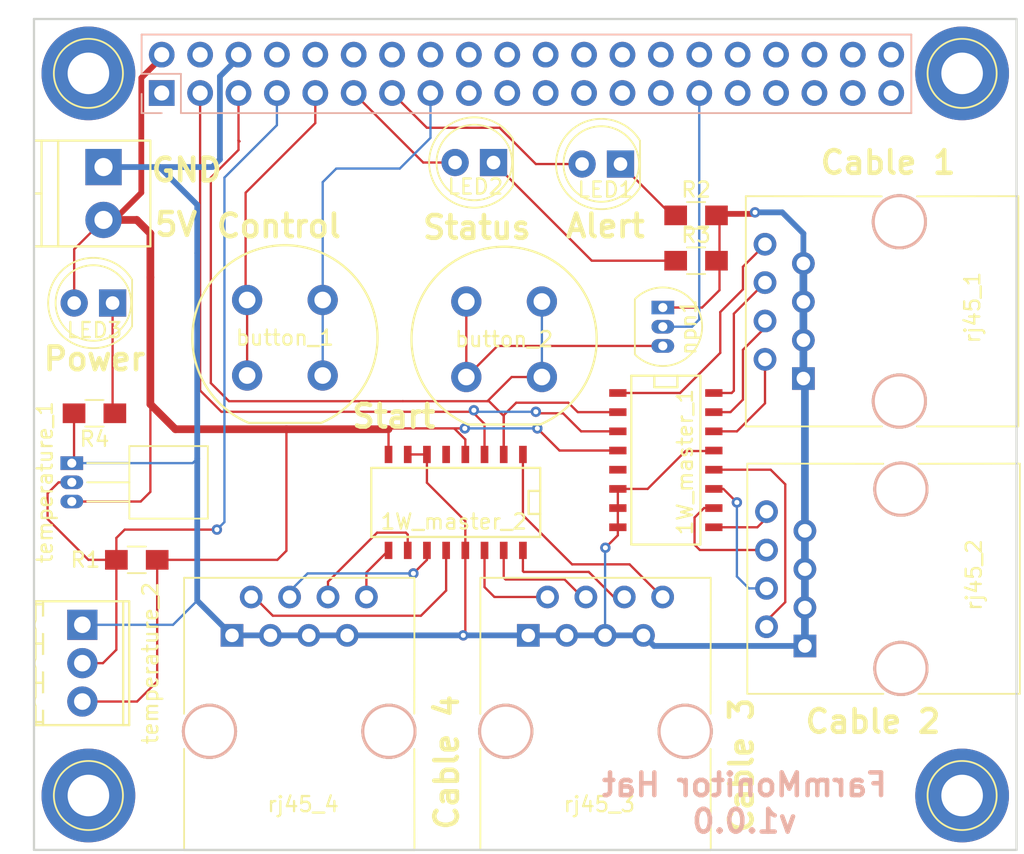
<source format=kicad_pcb>
(kicad_pcb (version 4) (host pcbnew 4.0.7)

  (general
    (links 76)
    (no_connects 1)
    (area 62.6726 85.025218 130.647401 145.447401)
    (thickness 1.6002)
    (drawings 16)
    (tracks 257)
    (zones 0)
    (modules 24)
    (nets 62)
  )

  (page A4)
  (layers
    (0 Top signal)
    (31 Bottom signal)
    (34 B.Paste user)
    (35 F.Paste user)
    (36 B.SilkS user)
    (37 F.SilkS user)
    (38 B.Mask user)
    (39 F.Mask user)
    (44 Edge.Cuts user)
    (49 F.Fab user)
  )

  (setup
    (last_trace_width 0.1524)
    (user_trace_width 0.1524)
    (user_trace_width 0.254)
    (user_trace_width 0.381)
    (user_trace_width 0.508)
    (user_trace_width 0.8128)
    (trace_clearance 0.1524)
    (zone_clearance 0.508)
    (zone_45_only no)
    (trace_min 0.1524)
    (segment_width 0.2)
    (edge_width 0.15)
    (via_size 0.6858)
    (via_drill 0.3302)
    (via_min_size 0.6858)
    (via_min_drill 0.3302)
    (user_via 0.6858 0.3302)
    (user_via 0.6858 0.4)
    (user_via 1.905 0.3302)
    (uvia_size 0.762)
    (uvia_drill 0.508)
    (uvias_allowed no)
    (uvia_min_size 0)
    (uvia_min_drill 0)
    (pcb_text_width 0.3)
    (pcb_text_size 1.5 1.5)
    (mod_edge_width 0.15)
    (mod_text_size 1 1)
    (mod_text_width 0.15)
    (pad_size 6.2 6.2)
    (pad_drill 2.75)
    (pad_to_mask_clearance 0.2)
    (aux_axis_origin 0 0)
    (visible_elements 7FFFFFFF)
    (pcbplotparams
      (layerselection 0x00030_80000001)
      (usegerberextensions false)
      (excludeedgelayer true)
      (linewidth 0.100000)
      (plotframeref false)
      (viasonmask false)
      (mode 1)
      (useauxorigin false)
      (hpglpennumber 1)
      (hpglpenspeed 20)
      (hpglpendiameter 15)
      (hpglpenoverlay 2)
      (psnegative false)
      (psa4output false)
      (plotreference true)
      (plotvalue true)
      (plotinvisibletext false)
      (padsonsilk false)
      (subtractmaskfromsilk false)
      (outputformat 1)
      (mirror false)
      (drillshape 1)
      (scaleselection 1)
      (outputdirectory ""))
  )

  (net 0 "")
  (net 1 /io_2)
  (net 2 /io_0)
  (net 3 GND)
  (net 4 /io_4)
  (net 5 /io_5)
  (net 6 /io_6)
  (net 7 /io_7)
  (net 8 "Net-(1W_master_1-Pad5)")
  (net 9 +5V)
  (net 10 /SDA)
  (net 11 /SCL)
  (net 12 /io_3)
  (net 13 /io_1)
  (net 14 /io_10)
  (net 15 /io_8)
  (net 16 /io_12)
  (net 17 /io_13)
  (net 18 /io_14)
  (net 19 /io_15)
  (net 20 "Net-(1W_master_2-Pad5)")
  (net 21 /io_11)
  (net 22 /io_9)
  (net 23 "Net-(R1-Pad2)")
  (net 24 "Net-(rpi_header_1-Pad1)")
  (net 25 "Net-(rpi_header_1-Pad4)")
  (net 26 "Net-(rpi_header_1-Pad8)")
  (net 27 "Net-(rpi_header_1-Pad10)")
  (net 28 "Net-(rpi_header_1-Pad12)")
  (net 29 "Net-(rpi_header_1-Pad14)")
  (net 30 "Net-(rpi_header_1-Pad16)")
  (net 31 "Net-(rpi_header_1-Pad17)")
  (net 32 "Net-(rpi_header_1-Pad18)")
  (net 33 "Net-(rpi_header_1-Pad19)")
  (net 34 "Net-(rpi_header_1-Pad20)")
  (net 35 "Net-(rpi_header_1-Pad21)")
  (net 36 "Net-(rpi_header_1-Pad22)")
  (net 37 "Net-(rpi_header_1-Pad23)")
  (net 38 "Net-(rpi_header_1-Pad24)")
  (net 39 "Net-(rpi_header_1-Pad25)")
  (net 40 "Net-(rpi_header_1-Pad26)")
  (net 41 "Net-(rpi_header_1-Pad27)")
  (net 42 "Net-(rpi_header_1-Pad28)")
  (net 43 "Net-(rpi_header_1-Pad30)")
  (net 44 "Net-(rpi_header_1-Pad31)")
  (net 45 "Net-(rpi_header_1-Pad32)")
  (net 46 "Net-(rpi_header_1-Pad33)")
  (net 47 "Net-(rpi_header_1-Pad34)")
  (net 48 "Net-(rpi_header_1-Pad35)")
  (net 49 "Net-(rpi_header_1-Pad36)")
  (net 50 "Net-(rpi_header_1-Pad37)")
  (net 51 "Net-(rpi_header_1-Pad38)")
  (net 52 "Net-(rpi_header_1-Pad39)")
  (net 53 "Net-(rpi_header_1-Pad40)")
  (net 54 /button)
  (net 55 "Net-(button_2-Pad1)")
  (net 56 "Net-(LED1-Pad1)")
  (net 57 /feedback_led)
  (net 58 "Net-(LED2-Pad1)")
  (net 59 /status_led)
  (net 60 "Net-(LED3-Pad1)")
  (net 61 /restart)

  (net_class Default "This is the default net class."
    (clearance 0.1524)
    (trace_width 0.1524)
    (via_dia 0.6858)
    (via_drill 0.3302)
    (uvia_dia 0.762)
    (uvia_drill 0.508)
    (add_net +5V)
    (add_net /SCL)
    (add_net /SDA)
    (add_net /button)
    (add_net /feedback_led)
    (add_net /io_0)
    (add_net /io_1)
    (add_net /io_10)
    (add_net /io_11)
    (add_net /io_12)
    (add_net /io_13)
    (add_net /io_14)
    (add_net /io_15)
    (add_net /io_2)
    (add_net /io_3)
    (add_net /io_4)
    (add_net /io_5)
    (add_net /io_6)
    (add_net /io_7)
    (add_net /io_8)
    (add_net /io_9)
    (add_net /restart)
    (add_net /status_led)
    (add_net GND)
    (add_net "Net-(1W_master_1-Pad5)")
    (add_net "Net-(1W_master_2-Pad5)")
    (add_net "Net-(LED1-Pad1)")
    (add_net "Net-(LED2-Pad1)")
    (add_net "Net-(LED3-Pad1)")
    (add_net "Net-(R1-Pad2)")
    (add_net "Net-(button_2-Pad1)")
    (add_net "Net-(rpi_header_1-Pad1)")
    (add_net "Net-(rpi_header_1-Pad10)")
    (add_net "Net-(rpi_header_1-Pad12)")
    (add_net "Net-(rpi_header_1-Pad14)")
    (add_net "Net-(rpi_header_1-Pad16)")
    (add_net "Net-(rpi_header_1-Pad17)")
    (add_net "Net-(rpi_header_1-Pad18)")
    (add_net "Net-(rpi_header_1-Pad19)")
    (add_net "Net-(rpi_header_1-Pad20)")
    (add_net "Net-(rpi_header_1-Pad21)")
    (add_net "Net-(rpi_header_1-Pad22)")
    (add_net "Net-(rpi_header_1-Pad23)")
    (add_net "Net-(rpi_header_1-Pad24)")
    (add_net "Net-(rpi_header_1-Pad25)")
    (add_net "Net-(rpi_header_1-Pad26)")
    (add_net "Net-(rpi_header_1-Pad27)")
    (add_net "Net-(rpi_header_1-Pad28)")
    (add_net "Net-(rpi_header_1-Pad30)")
    (add_net "Net-(rpi_header_1-Pad31)")
    (add_net "Net-(rpi_header_1-Pad32)")
    (add_net "Net-(rpi_header_1-Pad33)")
    (add_net "Net-(rpi_header_1-Pad34)")
    (add_net "Net-(rpi_header_1-Pad35)")
    (add_net "Net-(rpi_header_1-Pad36)")
    (add_net "Net-(rpi_header_1-Pad37)")
    (add_net "Net-(rpi_header_1-Pad38)")
    (add_net "Net-(rpi_header_1-Pad39)")
    (add_net "Net-(rpi_header_1-Pad4)")
    (add_net "Net-(rpi_header_1-Pad40)")
    (add_net "Net-(rpi_header_1-Pad8)")
  )

  (module SMD_Packages:SO-16-N (layer Top) (tedit 0) (tstamp 59FCF4A0)
    (at 106.8 119.2 270)
    (descr "Module CMS SOJ 16 pins large")
    (tags "CMS SOJ")
    (path /59FAB7F0)
    (attr smd)
    (fp_text reference 1W_master_1 (at 0.127 -1.27 270) (layer F.SilkS)
      (effects (font (size 1 1) (thickness 0.15)))
    )
    (fp_text value DS2482S-800 (at 0 1.27 270) (layer F.Fab)
      (effects (font (size 1 1) (thickness 0.15)))
    )
    (fp_line (start -5.588 -0.762) (end -4.826 -0.762) (layer F.SilkS) (width 0.15))
    (fp_line (start -4.826 -0.762) (end -4.826 0.762) (layer F.SilkS) (width 0.15))
    (fp_line (start -4.826 0.762) (end -5.588 0.762) (layer F.SilkS) (width 0.15))
    (fp_line (start 5.588 -2.286) (end 5.588 2.286) (layer F.SilkS) (width 0.15))
    (fp_line (start 5.588 2.286) (end -5.588 2.286) (layer F.SilkS) (width 0.15))
    (fp_line (start -5.588 2.286) (end -5.588 -2.286) (layer F.SilkS) (width 0.15))
    (fp_line (start -5.588 -2.286) (end 5.588 -2.286) (layer F.SilkS) (width 0.15))
    (pad 16 smd rect (at -4.445 -3.175 270) (size 0.508 1.143) (layers Top F.Paste F.Mask)
      (net 1 /io_2))
    (pad 14 smd rect (at -1.905 -3.175 270) (size 0.508 1.143) (layers Top F.Paste F.Mask)
      (net 2 /io_0))
    (pad 13 smd rect (at -0.635 -3.175 270) (size 0.508 1.143) (layers Top F.Paste F.Mask)
      (net 3 GND))
    (pad 12 smd rect (at 0.635 -3.175 270) (size 0.508 1.143) (layers Top F.Paste F.Mask)
      (net 4 /io_4))
    (pad 11 smd rect (at 1.905 -3.175 270) (size 0.508 1.143) (layers Top F.Paste F.Mask)
      (net 5 /io_5))
    (pad 10 smd rect (at 3.175 -3.175 270) (size 0.508 1.143) (layers Top F.Paste F.Mask)
      (net 6 /io_6))
    (pad 9 smd rect (at 4.445 -3.175 270) (size 0.508 1.143) (layers Top F.Paste F.Mask)
      (net 7 /io_7))
    (pad 8 smd rect (at 4.445 3.175 270) (size 0.508 1.143) (layers Top F.Paste F.Mask)
      (net 3 GND))
    (pad 7 smd rect (at 3.175 3.175 270) (size 0.508 1.143) (layers Top F.Paste F.Mask)
      (net 3 GND))
    (pad 6 smd rect (at 1.905 3.175 270) (size 0.508 1.143) (layers Top F.Paste F.Mask)
      (net 3 GND))
    (pad 5 smd rect (at 0.635 3.175 270) (size 0.508 1.143) (layers Top F.Paste F.Mask)
      (net 8 "Net-(1W_master_1-Pad5)"))
    (pad 4 smd rect (at -0.635 3.175 270) (size 0.508 1.143) (layers Top F.Paste F.Mask)
      (net 9 +5V))
    (pad 3 smd rect (at -1.905 3.175 270) (size 0.508 1.143) (layers Top F.Paste F.Mask)
      (net 10 /SDA))
    (pad 2 smd rect (at -3.175 3.175 270) (size 0.508 1.143) (layers Top F.Paste F.Mask)
      (net 11 /SCL))
    (pad 1 smd rect (at -4.445 3.175 270) (size 0.508 1.143) (layers Top F.Paste F.Mask)
      (net 12 /io_3))
    (pad 15 smd rect (at -3.175 -3.175 270) (size 0.508 1.143) (layers Top F.Paste F.Mask)
      (net 13 /io_1))
    (model SMD_Packages.3dshapes/SO-16-N.wrl
      (at (xyz 0 0 0))
      (scale (xyz 0.5 0.4 0.5))
      (rotate (xyz 0 0 0))
    )
  )

  (module Connectors:1pin (layer Top) (tedit 5A1B6000) (tstamp 5A1B2C69)
    (at 126.4 141.4)
    (descr "module 1 pin (ou trou mecanique de percage)")
    (tags DEV)
    (fp_text reference REF** (at 0 -3.048) (layer F.SilkS) hide
      (effects (font (size 1 1) (thickness 0.15)))
    )
    (fp_text value 1pin (at 0 3) (layer F.Fab)
      (effects (font (size 1 1) (thickness 0.15)))
    )
    (fp_circle (center 0 0) (end 2 0.8) (layer F.Fab) (width 0.1))
    (fp_circle (center 0 0) (end 2.6 0) (layer F.CrtYd) (width 0.05))
    (fp_circle (center 0 0) (end 0 -2.286) (layer F.SilkS) (width 0.12))
    (pad "" np_thru_hole circle (at 0 0) (size 6.2 6.2) (drill 2.75) (layers *.Cu *.Mask))
  )

  (module Connectors:1pin (layer Top) (tedit 5A1B6027) (tstamp 5A1B2C5E)
    (at 68.6 141.4)
    (descr "module 1 pin (ou trou mecanique de percage)")
    (tags DEV)
    (fp_text reference REF** (at 0 -3.048) (layer F.SilkS) hide
      (effects (font (size 1 1) (thickness 0.15)))
    )
    (fp_text value 1pin (at 0 3) (layer F.Fab)
      (effects (font (size 1 1) (thickness 0.15)))
    )
    (fp_circle (center 0 0) (end 2 0.8) (layer F.Fab) (width 0.1))
    (fp_circle (center 0 0) (end 2.6 0) (layer F.CrtYd) (width 0.05))
    (fp_circle (center 0 0) (end 0 -2.286) (layer F.SilkS) (width 0.12))
    (pad "" np_thru_hole circle (at 0 0) (size 6.2 6.2) (drill 2.75) (layers *.Cu *.Mask))
  )

  (module Connectors:1pin (layer Top) (tedit 5A1B5FF3) (tstamp 5A1B1BF0)
    (at 126.4 93.6)
    (descr "module 1 pin (ou trou mecanique de percage)")
    (tags DEV)
    (fp_text reference REF** (at 0 -3.048) (layer F.SilkS) hide
      (effects (font (size 1 1) (thickness 0.15)))
    )
    (fp_text value 1pin (at 0 3) (layer F.Fab)
      (effects (font (size 1 1) (thickness 0.15)))
    )
    (fp_circle (center 0 0) (end 2 0.8) (layer F.Fab) (width 0.1))
    (fp_circle (center 0 0) (end 2.6 0) (layer F.CrtYd) (width 0.05))
    (fp_circle (center 0 0) (end 0 -2.286) (layer F.SilkS) (width 0.12))
    (pad "" np_thru_hole circle (at 0 0) (size 6.2 6.2) (drill 2.75) (layers *.Cu *.Mask))
  )

  (module SMD_Packages:SO-16-N (layer Top) (tedit 0) (tstamp 59FCF4B4)
    (at 92.9 122 180)
    (descr "Module CMS SOJ 16 pins large")
    (tags "CMS SOJ")
    (path /59FC2132)
    (attr smd)
    (fp_text reference 1W_master_2 (at 0.127 -1.27 180) (layer F.SilkS)
      (effects (font (size 1 1) (thickness 0.15)))
    )
    (fp_text value DS2482S-800 (at 0 1.27 180) (layer F.Fab)
      (effects (font (size 1 1) (thickness 0.15)))
    )
    (fp_line (start -5.588 -0.762) (end -4.826 -0.762) (layer F.SilkS) (width 0.15))
    (fp_line (start -4.826 -0.762) (end -4.826 0.762) (layer F.SilkS) (width 0.15))
    (fp_line (start -4.826 0.762) (end -5.588 0.762) (layer F.SilkS) (width 0.15))
    (fp_line (start 5.588 -2.286) (end 5.588 2.286) (layer F.SilkS) (width 0.15))
    (fp_line (start 5.588 2.286) (end -5.588 2.286) (layer F.SilkS) (width 0.15))
    (fp_line (start -5.588 2.286) (end -5.588 -2.286) (layer F.SilkS) (width 0.15))
    (fp_line (start -5.588 -2.286) (end 5.588 -2.286) (layer F.SilkS) (width 0.15))
    (pad 16 smd rect (at -4.445 -3.175 180) (size 0.508 1.143) (layers Top F.Paste F.Mask)
      (net 14 /io_10))
    (pad 14 smd rect (at -1.905 -3.175 180) (size 0.508 1.143) (layers Top F.Paste F.Mask)
      (net 15 /io_8))
    (pad 13 smd rect (at -0.635 -3.175 180) (size 0.508 1.143) (layers Top F.Paste F.Mask)
      (net 3 GND))
    (pad 12 smd rect (at 0.635 -3.175 180) (size 0.508 1.143) (layers Top F.Paste F.Mask)
      (net 16 /io_12))
    (pad 11 smd rect (at 1.905 -3.175 180) (size 0.508 1.143) (layers Top F.Paste F.Mask)
      (net 17 /io_13))
    (pad 10 smd rect (at 3.175 -3.175 180) (size 0.508 1.143) (layers Top F.Paste F.Mask)
      (net 18 /io_14))
    (pad 9 smd rect (at 4.445 -3.175 180) (size 0.508 1.143) (layers Top F.Paste F.Mask)
      (net 19 /io_15))
    (pad 8 smd rect (at 4.445 3.175 180) (size 0.508 1.143) (layers Top F.Paste F.Mask)
      (net 9 +5V))
    (pad 7 smd rect (at 3.175 3.175 180) (size 0.508 1.143) (layers Top F.Paste F.Mask)
      (net 3 GND))
    (pad 6 smd rect (at 1.905 3.175 180) (size 0.508 1.143) (layers Top F.Paste F.Mask)
      (net 3 GND))
    (pad 5 smd rect (at 0.635 3.175 180) (size 0.508 1.143) (layers Top F.Paste F.Mask)
      (net 20 "Net-(1W_master_2-Pad5)"))
    (pad 4 smd rect (at -0.635 3.175 180) (size 0.508 1.143) (layers Top F.Paste F.Mask)
      (net 9 +5V))
    (pad 3 smd rect (at -1.905 3.175 180) (size 0.508 1.143) (layers Top F.Paste F.Mask)
      (net 10 /SDA))
    (pad 2 smd rect (at -3.175 3.175 180) (size 0.508 1.143) (layers Top F.Paste F.Mask)
      (net 11 /SCL))
    (pad 1 smd rect (at -4.445 3.175 180) (size 0.508 1.143) (layers Top F.Paste F.Mask)
      (net 21 /io_11))
    (pad 15 smd rect (at -3.175 -3.175 180) (size 0.508 1.143) (layers Top F.Paste F.Mask)
      (net 22 /io_9))
    (model SMD_Packages.3dshapes/SO-16-N.wrl
      (at (xyz 0 0 0))
      (scale (xyz 0.5 0.4 0.5))
      (rotate (xyz 0 0 0))
    )
  )

  (module Resistors_SMD:R_0805_HandSoldering (layer Top) (tedit 5A1B5D06) (tstamp 59FCF4C2)
    (at 71.8 125.8 180)
    (descr "Resistor SMD 0805, hand soldering")
    (tags "resistor 0805")
    (path /59FC0C26)
    (attr smd)
    (fp_text reference R1 (at 3.4 0 180) (layer F.SilkS)
      (effects (font (size 1 1) (thickness 0.15)))
    )
    (fp_text value 4.7k (at 0 1.75 180) (layer F.Fab)
      (effects (font (size 1 1) (thickness 0.15)))
    )
    (fp_text user %R (at 0 0 180) (layer F.Fab)
      (effects (font (size 0.5 0.5) (thickness 0.075)))
    )
    (fp_line (start -1 0.62) (end -1 -0.62) (layer F.Fab) (width 0.1))
    (fp_line (start 1 0.62) (end -1 0.62) (layer F.Fab) (width 0.1))
    (fp_line (start 1 -0.62) (end 1 0.62) (layer F.Fab) (width 0.1))
    (fp_line (start -1 -0.62) (end 1 -0.62) (layer F.Fab) (width 0.1))
    (fp_line (start 0.6 0.88) (end -0.6 0.88) (layer F.SilkS) (width 0.12))
    (fp_line (start -0.6 -0.88) (end 0.6 -0.88) (layer F.SilkS) (width 0.12))
    (fp_line (start -2.35 -0.9) (end 2.35 -0.9) (layer F.CrtYd) (width 0.05))
    (fp_line (start -2.35 -0.9) (end -2.35 0.9) (layer F.CrtYd) (width 0.05))
    (fp_line (start 2.35 0.9) (end 2.35 -0.9) (layer F.CrtYd) (width 0.05))
    (fp_line (start 2.35 0.9) (end -2.35 0.9) (layer F.CrtYd) (width 0.05))
    (pad 1 smd rect (at -1.35 0 180) (size 1.5 1.3) (layers Top F.Paste F.Mask)
      (net 9 +5V))
    (pad 2 smd rect (at 1.35 0 180) (size 1.5 1.3) (layers Top F.Paste F.Mask)
      (net 23 "Net-(R1-Pad2)"))
    (model ${KISYS3DMOD}/Resistors_SMD.3dshapes/R_0805.wrl
      (at (xyz 0 0 0))
      (scale (xyz 1 1 1))
      (rotate (xyz 0 0 0))
    )
  )

  (module Connectors:RJ45_8 (layer Top) (tedit 0) (tstamp 59FCF4D0)
    (at 115.9 113.8 90)
    (tags RJ45)
    (path /59F7D4DB)
    (fp_text reference rj45_1 (at 4.7 11.18 90) (layer F.SilkS)
      (effects (font (size 1 1) (thickness 0.15)))
    )
    (fp_text value RJ45 (at 4.59 6.25 90) (layer F.Fab)
      (effects (font (size 1 1) (thickness 0.15)))
    )
    (fp_line (start -3.17 14.22) (end 12.07 14.22) (layer F.SilkS) (width 0.12))
    (fp_line (start 12.07 -3.81) (end 12.06 5.18) (layer F.SilkS) (width 0.12))
    (fp_line (start 12.07 -3.81) (end -3.17 -3.81) (layer F.SilkS) (width 0.12))
    (fp_line (start -3.17 -3.81) (end -3.17 5.19) (layer F.SilkS) (width 0.12))
    (fp_line (start 12.06 7.52) (end 12.07 14.22) (layer F.SilkS) (width 0.12))
    (fp_line (start -3.17 7.51) (end -3.17 14.22) (layer F.SilkS) (width 0.12))
    (fp_line (start -3.56 -4.06) (end 12.46 -4.06) (layer F.CrtYd) (width 0.05))
    (fp_line (start -3.56 -4.06) (end -3.56 14.47) (layer F.CrtYd) (width 0.05))
    (fp_line (start 12.46 14.47) (end 12.46 -4.06) (layer F.CrtYd) (width 0.05))
    (fp_line (start 12.46 14.47) (end -3.56 14.47) (layer F.CrtYd) (width 0.05))
    (pad Hole np_thru_hole circle (at 10.38 6.35 90) (size 3.65 3.65) (drill 3.25) (layers *.Cu *.SilkS *.Mask))
    (pad Hole np_thru_hole circle (at -1.49 6.35 90) (size 3.65 3.65) (drill 3.25) (layers *.Cu *.SilkS *.Mask))
    (pad 1 thru_hole rect (at 0 0 90) (size 1.5 1.5) (drill 0.9) (layers *.Cu *.Mask)
      (net 3 GND))
    (pad 2 thru_hole circle (at 1.27 -2.54 90) (size 1.5 1.5) (drill 0.9) (layers *.Cu *.Mask)
      (net 2 /io_0))
    (pad 3 thru_hole circle (at 2.54 0 90) (size 1.5 1.5) (drill 0.9) (layers *.Cu *.Mask)
      (net 3 GND))
    (pad 4 thru_hole circle (at 3.81 -2.54 90) (size 1.5 1.5) (drill 0.9) (layers *.Cu *.Mask)
      (net 13 /io_1))
    (pad 5 thru_hole circle (at 5.08 0 90) (size 1.5 1.5) (drill 0.9) (layers *.Cu *.Mask)
      (net 3 GND))
    (pad 6 thru_hole circle (at 6.35 -2.54 90) (size 1.5 1.5) (drill 0.9) (layers *.Cu *.Mask)
      (net 1 /io_2))
    (pad 7 thru_hole circle (at 7.62 0 90) (size 1.5 1.5) (drill 0.9) (layers *.Cu *.Mask)
      (net 3 GND))
    (pad 8 thru_hole circle (at 8.89 -2.54 90) (size 1.5 1.5) (drill 0.9) (layers *.Cu *.Mask)
      (net 12 /io_3))
    (model ${KISYS3DMOD}/Connectors.3dshapes/RJ45_8.wrl
      (at (xyz 0.18 -0.25 0))
      (scale (xyz 0.4 0.4 0.4))
      (rotate (xyz 0 0 0))
    )
  )

  (module Connectors:RJ45_8 (layer Top) (tedit 0) (tstamp 59FCF4DE)
    (at 116 131.5 90)
    (tags RJ45)
    (path /59F7D67C)
    (fp_text reference rj45_2 (at 4.7 11.18 90) (layer F.SilkS)
      (effects (font (size 1 1) (thickness 0.15)))
    )
    (fp_text value RJ45 (at 4.59 6.25 90) (layer F.Fab)
      (effects (font (size 1 1) (thickness 0.15)))
    )
    (fp_line (start -3.17 14.22) (end 12.07 14.22) (layer F.SilkS) (width 0.12))
    (fp_line (start 12.07 -3.81) (end 12.06 5.18) (layer F.SilkS) (width 0.12))
    (fp_line (start 12.07 -3.81) (end -3.17 -3.81) (layer F.SilkS) (width 0.12))
    (fp_line (start -3.17 -3.81) (end -3.17 5.19) (layer F.SilkS) (width 0.12))
    (fp_line (start 12.06 7.52) (end 12.07 14.22) (layer F.SilkS) (width 0.12))
    (fp_line (start -3.17 7.51) (end -3.17 14.22) (layer F.SilkS) (width 0.12))
    (fp_line (start -3.56 -4.06) (end 12.46 -4.06) (layer F.CrtYd) (width 0.05))
    (fp_line (start -3.56 -4.06) (end -3.56 14.47) (layer F.CrtYd) (width 0.05))
    (fp_line (start 12.46 14.47) (end 12.46 -4.06) (layer F.CrtYd) (width 0.05))
    (fp_line (start 12.46 14.47) (end -3.56 14.47) (layer F.CrtYd) (width 0.05))
    (pad Hole np_thru_hole circle (at 10.38 6.35 90) (size 3.65 3.65) (drill 3.25) (layers *.Cu *.SilkS *.Mask))
    (pad Hole np_thru_hole circle (at -1.49 6.35 90) (size 3.65 3.65) (drill 3.25) (layers *.Cu *.SilkS *.Mask))
    (pad 1 thru_hole rect (at 0 0 90) (size 1.5 1.5) (drill 0.9) (layers *.Cu *.Mask)
      (net 3 GND))
    (pad 2 thru_hole circle (at 1.27 -2.54 90) (size 1.5 1.5) (drill 0.9) (layers *.Cu *.Mask)
      (net 4 /io_4))
    (pad 3 thru_hole circle (at 2.54 0 90) (size 1.5 1.5) (drill 0.9) (layers *.Cu *.Mask)
      (net 3 GND))
    (pad 4 thru_hole circle (at 3.81 -2.54 90) (size 1.5 1.5) (drill 0.9) (layers *.Cu *.Mask)
      (net 5 /io_5))
    (pad 5 thru_hole circle (at 5.08 0 90) (size 1.5 1.5) (drill 0.9) (layers *.Cu *.Mask)
      (net 3 GND))
    (pad 6 thru_hole circle (at 6.35 -2.54 90) (size 1.5 1.5) (drill 0.9) (layers *.Cu *.Mask)
      (net 6 /io_6))
    (pad 7 thru_hole circle (at 7.62 0 90) (size 1.5 1.5) (drill 0.9) (layers *.Cu *.Mask)
      (net 3 GND))
    (pad 8 thru_hole circle (at 8.89 -2.54 90) (size 1.5 1.5) (drill 0.9) (layers *.Cu *.Mask)
      (net 7 /io_7))
    (model ${KISYS3DMOD}/Connectors.3dshapes/RJ45_8.wrl
      (at (xyz 0.18 -0.25 0))
      (scale (xyz 0.4 0.4 0.4))
      (rotate (xyz 0 0 0))
    )
  )

  (module Connectors:RJ45_8 (layer Top) (tedit 0) (tstamp 59FCF4EC)
    (at 97.7 130.8)
    (tags RJ45)
    (path /59FC1971)
    (fp_text reference rj45_3 (at 4.7 11.18) (layer F.SilkS)
      (effects (font (size 1 1) (thickness 0.15)))
    )
    (fp_text value RJ45 (at 4.59 6.25) (layer F.Fab)
      (effects (font (size 1 1) (thickness 0.15)))
    )
    (fp_line (start -3.17 14.22) (end 12.07 14.22) (layer F.SilkS) (width 0.12))
    (fp_line (start 12.07 -3.81) (end 12.06 5.18) (layer F.SilkS) (width 0.12))
    (fp_line (start 12.07 -3.81) (end -3.17 -3.81) (layer F.SilkS) (width 0.12))
    (fp_line (start -3.17 -3.81) (end -3.17 5.19) (layer F.SilkS) (width 0.12))
    (fp_line (start 12.06 7.52) (end 12.07 14.22) (layer F.SilkS) (width 0.12))
    (fp_line (start -3.17 7.51) (end -3.17 14.22) (layer F.SilkS) (width 0.12))
    (fp_line (start -3.56 -4.06) (end 12.46 -4.06) (layer F.CrtYd) (width 0.05))
    (fp_line (start -3.56 -4.06) (end -3.56 14.47) (layer F.CrtYd) (width 0.05))
    (fp_line (start 12.46 14.47) (end 12.46 -4.06) (layer F.CrtYd) (width 0.05))
    (fp_line (start 12.46 14.47) (end -3.56 14.47) (layer F.CrtYd) (width 0.05))
    (pad Hole np_thru_hole circle (at 10.38 6.35) (size 3.65 3.65) (drill 3.25) (layers *.Cu *.SilkS *.Mask))
    (pad Hole np_thru_hole circle (at -1.49 6.35) (size 3.65 3.65) (drill 3.25) (layers *.Cu *.SilkS *.Mask))
    (pad 1 thru_hole rect (at 0 0) (size 1.5 1.5) (drill 0.9) (layers *.Cu *.Mask)
      (net 3 GND))
    (pad 2 thru_hole circle (at 1.27 -2.54) (size 1.5 1.5) (drill 0.9) (layers *.Cu *.Mask)
      (net 15 /io_8))
    (pad 3 thru_hole circle (at 2.54 0) (size 1.5 1.5) (drill 0.9) (layers *.Cu *.Mask)
      (net 3 GND))
    (pad 4 thru_hole circle (at 3.81 -2.54) (size 1.5 1.5) (drill 0.9) (layers *.Cu *.Mask)
      (net 22 /io_9))
    (pad 5 thru_hole circle (at 5.08 0) (size 1.5 1.5) (drill 0.9) (layers *.Cu *.Mask)
      (net 3 GND))
    (pad 6 thru_hole circle (at 6.35 -2.54) (size 1.5 1.5) (drill 0.9) (layers *.Cu *.Mask)
      (net 14 /io_10))
    (pad 7 thru_hole circle (at 7.62 0) (size 1.5 1.5) (drill 0.9) (layers *.Cu *.Mask)
      (net 3 GND))
    (pad 8 thru_hole circle (at 8.89 -2.54) (size 1.5 1.5) (drill 0.9) (layers *.Cu *.Mask)
      (net 21 /io_11))
    (model ${KISYS3DMOD}/Connectors.3dshapes/RJ45_8.wrl
      (at (xyz 0.18 -0.25 0))
      (scale (xyz 0.4 0.4 0.4))
      (rotate (xyz 0 0 0))
    )
  )

  (module Connectors:RJ45_8 (layer Top) (tedit 0) (tstamp 59FCF4FA)
    (at 78.1 130.8)
    (tags RJ45)
    (path /59FC1977)
    (fp_text reference rj45_4 (at 4.7 11.18) (layer F.SilkS)
      (effects (font (size 1 1) (thickness 0.15)))
    )
    (fp_text value RJ45 (at 4.59 6.25) (layer F.Fab)
      (effects (font (size 1 1) (thickness 0.15)))
    )
    (fp_line (start -3.17 14.22) (end 12.07 14.22) (layer F.SilkS) (width 0.12))
    (fp_line (start 12.07 -3.81) (end 12.06 5.18) (layer F.SilkS) (width 0.12))
    (fp_line (start 12.07 -3.81) (end -3.17 -3.81) (layer F.SilkS) (width 0.12))
    (fp_line (start -3.17 -3.81) (end -3.17 5.19) (layer F.SilkS) (width 0.12))
    (fp_line (start 12.06 7.52) (end 12.07 14.22) (layer F.SilkS) (width 0.12))
    (fp_line (start -3.17 7.51) (end -3.17 14.22) (layer F.SilkS) (width 0.12))
    (fp_line (start -3.56 -4.06) (end 12.46 -4.06) (layer F.CrtYd) (width 0.05))
    (fp_line (start -3.56 -4.06) (end -3.56 14.47) (layer F.CrtYd) (width 0.05))
    (fp_line (start 12.46 14.47) (end 12.46 -4.06) (layer F.CrtYd) (width 0.05))
    (fp_line (start 12.46 14.47) (end -3.56 14.47) (layer F.CrtYd) (width 0.05))
    (pad Hole np_thru_hole circle (at 10.38 6.35) (size 3.65 3.65) (drill 3.25) (layers *.Cu *.SilkS *.Mask))
    (pad Hole np_thru_hole circle (at -1.49 6.35) (size 3.65 3.65) (drill 3.25) (layers *.Cu *.SilkS *.Mask))
    (pad 1 thru_hole rect (at 0 0) (size 1.5 1.5) (drill 0.9) (layers *.Cu *.Mask)
      (net 3 GND))
    (pad 2 thru_hole circle (at 1.27 -2.54) (size 1.5 1.5) (drill 0.9) (layers *.Cu *.Mask)
      (net 16 /io_12))
    (pad 3 thru_hole circle (at 2.54 0) (size 1.5 1.5) (drill 0.9) (layers *.Cu *.Mask)
      (net 3 GND))
    (pad 4 thru_hole circle (at 3.81 -2.54) (size 1.5 1.5) (drill 0.9) (layers *.Cu *.Mask)
      (net 17 /io_13))
    (pad 5 thru_hole circle (at 5.08 0) (size 1.5 1.5) (drill 0.9) (layers *.Cu *.Mask)
      (net 3 GND))
    (pad 6 thru_hole circle (at 6.35 -2.54) (size 1.5 1.5) (drill 0.9) (layers *.Cu *.Mask)
      (net 18 /io_14))
    (pad 7 thru_hole circle (at 7.62 0) (size 1.5 1.5) (drill 0.9) (layers *.Cu *.Mask)
      (net 3 GND))
    (pad 8 thru_hole circle (at 8.89 -2.54) (size 1.5 1.5) (drill 0.9) (layers *.Cu *.Mask)
      (net 19 /io_15))
    (model ${KISYS3DMOD}/Connectors.3dshapes/RJ45_8.wrl
      (at (xyz 0.18 -0.25 0))
      (scale (xyz 0.4 0.4 0.4))
      (rotate (xyz 0 0 0))
    )
  )

  (module Socket_Strips:Socket_Strip_Straight_2x20_Pitch2.54mm (layer Bottom) (tedit 5A1B60B3) (tstamp 59FCF526)
    (at 73.45 94.9 270)
    (descr "Through hole straight socket strip, 2x20, 2.54mm pitch, double rows")
    (tags "Through hole socket strip THT 2x20 2.54mm double row")
    (path /59FAABB6)
    (fp_text reference rpi_header_1 (at -1.27 2.33 270) (layer B.SilkS) hide
      (effects (font (size 1 1) (thickness 0.15)) (justify mirror))
    )
    (fp_text value Conn_02x20_Odd_Even (at -1.27 -50.59 270) (layer B.Fab)
      (effects (font (size 1 1) (thickness 0.15)) (justify mirror))
    )
    (fp_line (start -3.81 1.27) (end -3.81 -49.53) (layer B.Fab) (width 0.1))
    (fp_line (start -3.81 -49.53) (end 1.27 -49.53) (layer B.Fab) (width 0.1))
    (fp_line (start 1.27 -49.53) (end 1.27 1.27) (layer B.Fab) (width 0.1))
    (fp_line (start 1.27 1.27) (end -3.81 1.27) (layer B.Fab) (width 0.1))
    (fp_line (start 1.33 -1.27) (end 1.33 -49.59) (layer B.SilkS) (width 0.12))
    (fp_line (start 1.33 -49.59) (end -3.87 -49.59) (layer B.SilkS) (width 0.12))
    (fp_line (start -3.87 -49.59) (end -3.87 1.33) (layer B.SilkS) (width 0.12))
    (fp_line (start -3.87 1.33) (end -1.27 1.33) (layer B.SilkS) (width 0.12))
    (fp_line (start -1.27 1.33) (end -1.27 -1.27) (layer B.SilkS) (width 0.12))
    (fp_line (start -1.27 -1.27) (end 1.33 -1.27) (layer B.SilkS) (width 0.12))
    (fp_line (start 1.33 0) (end 1.33 1.33) (layer B.SilkS) (width 0.12))
    (fp_line (start 1.33 1.33) (end 0.06 1.33) (layer B.SilkS) (width 0.12))
    (fp_line (start -4.35 1.8) (end -4.35 -50.05) (layer B.CrtYd) (width 0.05))
    (fp_line (start -4.35 -50.05) (end 1.8 -50.05) (layer B.CrtYd) (width 0.05))
    (fp_line (start 1.8 -50.05) (end 1.8 1.8) (layer B.CrtYd) (width 0.05))
    (fp_line (start 1.8 1.8) (end -4.35 1.8) (layer B.CrtYd) (width 0.05))
    (fp_text user %R (at -1.27 2.33 270) (layer B.Fab)
      (effects (font (size 1 1) (thickness 0.15)) (justify mirror))
    )
    (pad 1 thru_hole rect (at 0 0 270) (size 1.7 1.7) (drill 1) (layers *.Cu *.Mask)
      (net 24 "Net-(rpi_header_1-Pad1)"))
    (pad 2 thru_hole oval (at -2.54 0 270) (size 1.7 1.7) (drill 1) (layers *.Cu *.Mask)
      (net 9 +5V))
    (pad 3 thru_hole oval (at 0 -2.54 270) (size 1.7 1.7) (drill 1) (layers *.Cu *.Mask)
      (net 10 /SDA))
    (pad 4 thru_hole oval (at -2.54 -2.54 270) (size 1.7 1.7) (drill 1) (layers *.Cu *.Mask)
      (net 25 "Net-(rpi_header_1-Pad4)"))
    (pad 5 thru_hole oval (at 0 -5.08 270) (size 1.7 1.7) (drill 1) (layers *.Cu *.Mask)
      (net 11 /SCL))
    (pad 6 thru_hole oval (at -2.54 -5.08 270) (size 1.7 1.7) (drill 1) (layers *.Cu *.Mask)
      (net 3 GND))
    (pad 7 thru_hole oval (at 0 -7.62 270) (size 1.7 1.7) (drill 1) (layers *.Cu *.Mask)
      (net 23 "Net-(R1-Pad2)"))
    (pad 8 thru_hole oval (at -2.54 -7.62 270) (size 1.7 1.7) (drill 1) (layers *.Cu *.Mask)
      (net 26 "Net-(rpi_header_1-Pad8)"))
    (pad 9 thru_hole oval (at 0 -10.16 270) (size 1.7 1.7) (drill 1) (layers *.Cu *.Mask)
      (net 3 GND))
    (pad 10 thru_hole oval (at -2.54 -10.16 270) (size 1.7 1.7) (drill 1) (layers *.Cu *.Mask)
      (net 27 "Net-(rpi_header_1-Pad10)"))
    (pad 11 thru_hole oval (at 0 -12.7 270) (size 1.7 1.7) (drill 1) (layers *.Cu *.Mask)
      (net 59 /status_led))
    (pad 12 thru_hole oval (at -2.54 -12.7 270) (size 1.7 1.7) (drill 1) (layers *.Cu *.Mask)
      (net 28 "Net-(rpi_header_1-Pad12)"))
    (pad 13 thru_hole oval (at 0 -15.24 270) (size 1.7 1.7) (drill 1) (layers *.Cu *.Mask)
      (net 57 /feedback_led))
    (pad 14 thru_hole oval (at -2.54 -15.24 270) (size 1.7 1.7) (drill 1) (layers *.Cu *.Mask)
      (net 29 "Net-(rpi_header_1-Pad14)"))
    (pad 15 thru_hole oval (at 0 -17.78 270) (size 1.7 1.7) (drill 1) (layers *.Cu *.Mask)
      (net 54 /button))
    (pad 16 thru_hole oval (at -2.54 -17.78 270) (size 1.7 1.7) (drill 1) (layers *.Cu *.Mask)
      (net 30 "Net-(rpi_header_1-Pad16)"))
    (pad 17 thru_hole oval (at 0 -20.32 270) (size 1.7 1.7) (drill 1) (layers *.Cu *.Mask)
      (net 31 "Net-(rpi_header_1-Pad17)"))
    (pad 18 thru_hole oval (at -2.54 -20.32 270) (size 1.7 1.7) (drill 1) (layers *.Cu *.Mask)
      (net 32 "Net-(rpi_header_1-Pad18)"))
    (pad 19 thru_hole oval (at 0 -22.86 270) (size 1.7 1.7) (drill 1) (layers *.Cu *.Mask)
      (net 33 "Net-(rpi_header_1-Pad19)"))
    (pad 20 thru_hole oval (at -2.54 -22.86 270) (size 1.7 1.7) (drill 1) (layers *.Cu *.Mask)
      (net 34 "Net-(rpi_header_1-Pad20)"))
    (pad 21 thru_hole oval (at 0 -25.4 270) (size 1.7 1.7) (drill 1) (layers *.Cu *.Mask)
      (net 35 "Net-(rpi_header_1-Pad21)"))
    (pad 22 thru_hole oval (at -2.54 -25.4 270) (size 1.7 1.7) (drill 1) (layers *.Cu *.Mask)
      (net 36 "Net-(rpi_header_1-Pad22)"))
    (pad 23 thru_hole oval (at 0 -27.94 270) (size 1.7 1.7) (drill 1) (layers *.Cu *.Mask)
      (net 37 "Net-(rpi_header_1-Pad23)"))
    (pad 24 thru_hole oval (at -2.54 -27.94 270) (size 1.7 1.7) (drill 1) (layers *.Cu *.Mask)
      (net 38 "Net-(rpi_header_1-Pad24)"))
    (pad 25 thru_hole oval (at 0 -30.48 270) (size 1.7 1.7) (drill 1) (layers *.Cu *.Mask)
      (net 39 "Net-(rpi_header_1-Pad25)"))
    (pad 26 thru_hole oval (at -2.54 -30.48 270) (size 1.7 1.7) (drill 1) (layers *.Cu *.Mask)
      (net 40 "Net-(rpi_header_1-Pad26)"))
    (pad 27 thru_hole oval (at 0 -33.02 270) (size 1.7 1.7) (drill 1) (layers *.Cu *.Mask)
      (net 41 "Net-(rpi_header_1-Pad27)"))
    (pad 28 thru_hole oval (at -2.54 -33.02 270) (size 1.7 1.7) (drill 1) (layers *.Cu *.Mask)
      (net 42 "Net-(rpi_header_1-Pad28)"))
    (pad 29 thru_hole oval (at 0 -35.56 270) (size 1.7 1.7) (drill 1) (layers *.Cu *.Mask)
      (net 61 /restart))
    (pad 30 thru_hole oval (at -2.54 -35.56 270) (size 1.7 1.7) (drill 1) (layers *.Cu *.Mask)
      (net 43 "Net-(rpi_header_1-Pad30)"))
    (pad 31 thru_hole oval (at 0 -38.1 270) (size 1.7 1.7) (drill 1) (layers *.Cu *.Mask)
      (net 44 "Net-(rpi_header_1-Pad31)"))
    (pad 32 thru_hole oval (at -2.54 -38.1 270) (size 1.7 1.7) (drill 1) (layers *.Cu *.Mask)
      (net 45 "Net-(rpi_header_1-Pad32)"))
    (pad 33 thru_hole oval (at 0 -40.64 270) (size 1.7 1.7) (drill 1) (layers *.Cu *.Mask)
      (net 46 "Net-(rpi_header_1-Pad33)"))
    (pad 34 thru_hole oval (at -2.54 -40.64 270) (size 1.7 1.7) (drill 1) (layers *.Cu *.Mask)
      (net 47 "Net-(rpi_header_1-Pad34)"))
    (pad 35 thru_hole oval (at 0 -43.18 270) (size 1.7 1.7) (drill 1) (layers *.Cu *.Mask)
      (net 48 "Net-(rpi_header_1-Pad35)"))
    (pad 36 thru_hole oval (at -2.54 -43.18 270) (size 1.7 1.7) (drill 1) (layers *.Cu *.Mask)
      (net 49 "Net-(rpi_header_1-Pad36)"))
    (pad 37 thru_hole oval (at 0 -45.72 270) (size 1.7 1.7) (drill 1) (layers *.Cu *.Mask)
      (net 50 "Net-(rpi_header_1-Pad37)"))
    (pad 38 thru_hole oval (at -2.54 -45.72 270) (size 1.7 1.7) (drill 1) (layers *.Cu *.Mask)
      (net 51 "Net-(rpi_header_1-Pad38)"))
    (pad 39 thru_hole oval (at 0 -48.26 270) (size 1.7 1.7) (drill 1) (layers *.Cu *.Mask)
      (net 52 "Net-(rpi_header_1-Pad39)"))
    (pad 40 thru_hole oval (at -2.54 -48.26 270) (size 1.7 1.7) (drill 1) (layers *.Cu *.Mask)
      (net 53 "Net-(rpi_header_1-Pad40)"))
    (model ${KISYS3DMOD}/Socket_Strips.3dshapes/Socket_Strip_Straight_2x20_Pitch2.54mm.wrl
      (at (xyz -0.05 -0.95 0))
      (scale (xyz 1 1 1))
      (rotate (xyz 0 0 270))
    )
  )

  (module TO_SOT_Packages_THT:TO-92_Horizontal2_Inline_Narrow_Oval (layer Top) (tedit 5A1B539F) (tstamp 59FCF52D)
    (at 67.5 119.4 270)
    (descr "TO-92 horizontal, leads in-line, narrow, oval pads, drill 0.6mm (see NXP sot054_po.pdf)")
    (tags "to-92 sc-43 sc-43a sot54 PA33 transistor")
    (path /59FA9664)
    (fp_text reference temperature_1 (at 1.27 1.78 270) (layer F.SilkS)
      (effects (font (size 1 1) (thickness 0.15)))
    )
    (fp_text value DS18B20 (at 1.27 -10.03 270) (layer F.Fab)
      (effects (font (size 1 1) (thickness 0.15)))
    )
    (fp_text user %R (at 1.27 1.78 270) (layer F.Fab)
      (effects (font (size 1 1) (thickness 0.15)))
    )
    (fp_line (start 2.54 -3.94) (end 2.54 -1.02) (layer F.Fab) (width 0.1))
    (fp_line (start 1.27 -3.94) (end 1.27 -1.02) (layer F.Fab) (width 0.1))
    (fp_line (start 0 -3.94) (end 0 -1.02) (layer F.Fab) (width 0.1))
    (fp_line (start -1.02 -8.89) (end -1.02 -3.94) (layer F.Fab) (width 0.1))
    (fp_line (start -1.02 -3.94) (end 3.56 -3.94) (layer F.Fab) (width 0.1))
    (fp_line (start 3.56 -3.94) (end 3.56 -8.89) (layer F.Fab) (width 0.1))
    (fp_line (start 3.56 -8.89) (end -1.02 -8.89) (layer F.Fab) (width 0.1))
    (fp_line (start 0 -1.02) (end 0 -3.81) (layer F.SilkS) (width 0.12))
    (fp_line (start 1.27 -1.02) (end 1.27 -3.81) (layer F.SilkS) (width 0.12))
    (fp_line (start 2.54 -1.02) (end 2.54 -3.81) (layer F.SilkS) (width 0.12))
    (fp_line (start -1.13 -3.81) (end 3.67 -3.81) (layer F.SilkS) (width 0.12))
    (fp_line (start 3.67 -3.81) (end 3.67 -9) (layer F.SilkS) (width 0.12))
    (fp_line (start 3.67 -9) (end -1.13 -9) (layer F.SilkS) (width 0.12))
    (fp_line (start -1.13 -9) (end -1.13 -3.81) (layer F.SilkS) (width 0.12))
    (fp_line (start -1.27 -9.14) (end 3.81 -9.14) (layer F.CrtYd) (width 0.05))
    (fp_line (start -1.27 -9.14) (end -1.27 1) (layer F.CrtYd) (width 0.05))
    (fp_line (start 3.81 1) (end 3.81 -9.14) (layer F.CrtYd) (width 0.05))
    (fp_line (start 3.81 1) (end -1.27 1) (layer F.CrtYd) (width 0.05))
    (pad 2 thru_hole oval (at 1.27 0 90) (size 0.9 1.5) (drill 0.6) (layers *.Cu *.Mask)
      (net 23 "Net-(R1-Pad2)"))
    (pad 3 thru_hole oval (at 2.54 0 90) (size 0.9 1.5) (drill 0.6) (layers *.Cu *.Mask)
      (net 9 +5V))
    (pad 1 thru_hole rect (at 0 0 90) (size 0.9 1.5) (drill 0.6) (layers *.Cu *.Mask)
      (net 3 GND))
    (model ${KISYS3DMOD}/TO_SOT_Packages_THT.3dshapes/TO-92_Horizontal2_Inline_Narrow_Oval.wrl
      (at (xyz 0.05 0 0))
      (scale (xyz 1 1 1))
      (rotate (xyz 0 0 90))
    )
  )

  (module TerminalBlocks_Phoenix:TerminalBlock_Phoenix_MPT-2.54mm_3pol (layer Top) (tedit 59C8F4B3) (tstamp 59FCF537)
    (at 68.2 130.1 270)
    (descr "3-way 2.54mm pitch terminal block, Phoenix MPT series")
    (path /59FBC10A)
    (fp_text reference temperature_2 (at 2.54 -4.50088 270) (layer F.SilkS)
      (effects (font (size 1 1) (thickness 0.15)))
    )
    (fp_text value conn_01_03 (at 2.54 4.50088 270) (layer F.Fab)
      (effects (font (size 1 1) (thickness 0.15)))
    )
    (fp_line (start -1.778 3.302) (end 6.858 3.302) (layer F.CrtYd) (width 0.05))
    (fp_line (start -1.778 -3.302) (end -1.778 3.302) (layer F.CrtYd) (width 0.05))
    (fp_line (start 6.858 -3.302) (end -1.778 -3.302) (layer F.CrtYd) (width 0.05))
    (fp_line (start 6.858 3.302) (end 6.858 -3.302) (layer F.CrtYd) (width 0.05))
    (fp_line (start 6.63956 -3.0988) (end -1.55956 -3.0988) (layer F.SilkS) (width 0.15))
    (fp_line (start 6.63956 -2.70002) (end -1.55956 -2.70002) (layer F.SilkS) (width 0.15))
    (fp_line (start 6.63956 2.60096) (end -1.55956 2.60096) (layer F.SilkS) (width 0.15))
    (fp_line (start -1.55956 3.0988) (end 6.63956 3.0988) (layer F.SilkS) (width 0.15))
    (fp_line (start 3.84048 2.60096) (end 3.84048 3.0988) (layer F.SilkS) (width 0.15))
    (fp_line (start -1.3589 3.0988) (end -1.3589 2.60096) (layer F.SilkS) (width 0.15))
    (fp_line (start 6.44144 2.60096) (end 6.44144 3.0988) (layer F.SilkS) (width 0.15))
    (fp_line (start 1.24206 3.0988) (end 1.24206 2.60096) (layer F.SilkS) (width 0.15))
    (fp_line (start 6.63956 3.0988) (end 6.63956 -3.0988) (layer F.SilkS) (width 0.15))
    (fp_line (start -1.55702 -3.0988) (end -1.55702 3.0988) (layer F.SilkS) (width 0.15))
    (pad 3 thru_hole oval (at 5.08 0 270) (size 1.99898 1.99898) (drill 1.09728) (layers *.Cu *.Mask)
      (net 9 +5V))
    (pad 1 thru_hole rect (at 0 0 270) (size 1.99898 1.99898) (drill 1.09728) (layers *.Cu *.Mask)
      (net 3 GND))
    (pad 2 thru_hole oval (at 2.54 0 270) (size 1.99898 1.99898) (drill 1.09728) (layers *.Cu *.Mask)
      (net 23 "Net-(R1-Pad2)"))
    (pad "" np_thru_hole circle (at 0 2.54 270) (size 1.1 1.1) (drill 1.1) (layers *.Cu *.Mask))
    (pad "" np_thru_hole circle (at 2.54 2.54 270) (size 1.1 1.1) (drill 1.1) (layers *.Cu *.Mask))
    (pad "" np_thru_hole circle (at 5.08 2.54 270) (size 1.1 1.1) (drill 1.1) (layers *.Cu *.Mask))
    (model Terminal_Blocks.3dshapes/TerminalBlock_Pheonix_MPT-2.54mm_3pol.wrl
      (at (xyz 0.1 0 0))
      (scale (xyz 1 1 1))
      (rotate (xyz 0 0 0))
    )
  )

  (module TerminalBlocks_Phoenix:TerminalBlock_Phoenix_PT-3.5mm_2pol (layer Top) (tedit 5A1B99FA) (tstamp 5A1A04E7)
    (at 69.6 99.8 270)
    (descr "2-way 3.5mm pitch terminal block, Phoenix PT series")
    (path /59FAC27C)
    (fp_text reference power_1 (at 1.75 -4.3 270) (layer F.SilkS) hide
      (effects (font (size 1 1) (thickness 0.15)))
    )
    (fp_text value Conn_01x02 (at 1.75 6 270) (layer F.Fab)
      (effects (font (size 1 1) (thickness 0.15)))
    )
    (fp_text user %R (at 1.75 0 270) (layer F.Fab)
      (effects (font (size 1 1) (thickness 0.15)))
    )
    (fp_line (start -1.9 -3.3) (end 5.4 -3.3) (layer F.CrtYd) (width 0.05))
    (fp_line (start -1.9 4.7) (end -1.9 -3.3) (layer F.CrtYd) (width 0.05))
    (fp_line (start 5.4 4.7) (end -1.9 4.7) (layer F.CrtYd) (width 0.05))
    (fp_line (start 5.4 -3.3) (end 5.4 4.7) (layer F.CrtYd) (width 0.05))
    (fp_line (start 1.75 4.1) (end 1.75 4.5) (layer F.SilkS) (width 0.15))
    (fp_line (start -1.75 3) (end 5.25 3) (layer F.SilkS) (width 0.15))
    (fp_line (start -1.75 4.1) (end 5.25 4.1) (layer F.SilkS) (width 0.15))
    (fp_line (start -1.75 -3.1) (end -1.75 4.5) (layer F.SilkS) (width 0.15))
    (fp_line (start 5.25 4.5) (end 5.25 -3.1) (layer F.SilkS) (width 0.15))
    (fp_line (start 5.25 -3.1) (end -1.75 -3.1) (layer F.SilkS) (width 0.15))
    (pad 2 thru_hole circle (at 3.5 0 270) (size 2.4 2.4) (drill 1.2) (layers *.Cu *.Mask)
      (net 9 +5V))
    (pad 1 thru_hole rect (at 0 0 270) (size 2.4 2.4) (drill 1.2) (layers *.Cu *.Mask)
      (net 3 GND))
    (model ${KISYS3DMOD}/TerminalBlock_Phoenix.3dshapes/TerminalBlock_Phoenix_PT-3.5mm_2pol.wrl
      (at (xyz 0 0 0))
      (scale (xyz 1 1 1))
      (rotate (xyz 0 0 0))
    )
  )

  (module Connectors:1pin (layer Top) (tedit 5A1B5FED) (tstamp 5A1A66C4)
    (at 68.6 93.6)
    (descr "module 1 pin (ou trou mecanique de percage)")
    (tags DEV)
    (fp_text reference REF** (at 0 -3.048) (layer F.SilkS) hide
      (effects (font (size 1 1) (thickness 0.15)))
    )
    (fp_text value 1pin (at 0 3) (layer F.Fab)
      (effects (font (size 1 1) (thickness 0.15)))
    )
    (fp_circle (center 0 0) (end 2 0.8) (layer F.Fab) (width 0.1))
    (fp_circle (center 0 0) (end 2.6 0) (layer F.CrtYd) (width 0.05))
    (fp_circle (center 0 0) (end 0 -2.286) (layer F.SilkS) (width 0.12))
    (pad "" np_thru_hole circle (at 0 0) (size 6.2 6.2) (drill 2.75) (layers *.Cu *.Mask))
  )

  (module Buttons_Switches_THT:Push_E-Switch_KS01Q01 (layer Top) (tedit 5A1BA10B) (tstamp 5A1B9305)
    (at 79.1 108.6)
    (descr "E-Switch KS01Q01 http://spec_sheets.e-switch.com/specs/29-KS01Q01.pdf")
    (tags "Push Button")
    (path /5A1B74E9)
    (fp_text reference button_1 (at 2.5 2.5) (layer F.SilkS)
      (effects (font (size 1 1) (thickness 0.15)))
    )
    (fp_text value SW_Push_Dual (at 2.5 9.5) (layer F.Fab)
      (effects (font (size 1 1) (thickness 0.15)))
    )
    (fp_line (start 0.04 8.39) (end 5.06 8.39) (layer F.CrtYd) (width 0.05))
    (fp_arc (start 2.55 2.5) (end 0.04 8.39) (angle 313.8378348) (layer F.CrtYd) (width 0.05))
    (fp_line (start 0.11 8) (end 4.89 8) (layer F.Fab) (width 0.1))
    (fp_arc (start 2.5 2.5) (end 0.11 8) (angle 313) (layer F.Fab) (width 0.1))
    (fp_text user %R (at 2.5 2.5) (layer F.Fab)
      (effects (font (size 1 1) (thickness 0.15)))
    )
    (fp_line (start 4.89 8.14) (end 0.11 8.14) (layer F.SilkS) (width 0.15))
    (fp_arc (start 2.5 2.5) (end 0.11 8.14) (angle 314) (layer F.SilkS) (width 0.15))
    (pad 1 thru_hole circle (at 0 0) (size 2 2) (drill 1.1) (layers *.Cu *.Mask)
      (net 3 GND))
    (pad 2 thru_hole circle (at 5 0) (size 2 2) (drill 1.1) (layers *.Cu *.Mask)
      (net 54 /button))
    (pad 4 thru_hole circle (at 5 5) (size 2 2) (drill 1.1) (layers *.Cu *.Mask)
      (net 54 /button))
    (pad 3 thru_hole circle (at 0 5) (size 2 2) (drill 1.1) (layers *.Cu *.Mask)
      (net 3 GND))
    (model ${KISYS3DMOD}/Buttons_Switches_THT.3dshapes/Push_E-Switch_KS01Q01.wrl
      (at (xyz 0.1 -0.1 0))
      (scale (xyz 1 1 1))
      (rotate (xyz 0 0 0))
    )
  )

  (module Buttons_Switches_THT:Push_E-Switch_KS01Q01 (layer Top) (tedit 5A1BA112) (tstamp 5A1B9314)
    (at 93.6 108.7)
    (descr "E-Switch KS01Q01 http://spec_sheets.e-switch.com/specs/29-KS01Q01.pdf")
    (tags "Push Button")
    (path /5A1B7600)
    (fp_text reference button_2 (at 2.5 2.5) (layer F.SilkS)
      (effects (font (size 1 1) (thickness 0.15)))
    )
    (fp_text value SW_Push_Dual (at 2.5 9.5) (layer F.Fab)
      (effects (font (size 1 1) (thickness 0.15)))
    )
    (fp_line (start 0.04 8.39) (end 5.06 8.39) (layer F.CrtYd) (width 0.05))
    (fp_arc (start 2.55 2.5) (end 0.04 8.39) (angle 313.8378348) (layer F.CrtYd) (width 0.05))
    (fp_line (start 0.11 8) (end 4.89 8) (layer F.Fab) (width 0.1))
    (fp_arc (start 2.5 2.5) (end 0.11 8) (angle 313) (layer F.Fab) (width 0.1))
    (fp_text user %R (at 2.5 2.5) (layer F.Fab)
      (effects (font (size 1 1) (thickness 0.15)))
    )
    (fp_line (start 4.89 8.14) (end 0.11 8.14) (layer F.SilkS) (width 0.15))
    (fp_arc (start 2.5 2.5) (end 0.11 8.14) (angle 314) (layer F.SilkS) (width 0.15))
    (pad 1 thru_hole circle (at 0 0) (size 2 2) (drill 1.1) (layers *.Cu *.Mask)
      (net 55 "Net-(button_2-Pad1)"))
    (pad 2 thru_hole circle (at 5 0) (size 2 2) (drill 1.1) (layers *.Cu *.Mask)
      (net 11 /SCL))
    (pad 4 thru_hole circle (at 5 5) (size 2 2) (drill 1.1) (layers *.Cu *.Mask)
      (net 11 /SCL))
    (pad 3 thru_hole circle (at 0 5) (size 2 2) (drill 1.1) (layers *.Cu *.Mask)
      (net 55 "Net-(button_2-Pad1)"))
    (model ${KISYS3DMOD}/Buttons_Switches_THT.3dshapes/Push_E-Switch_KS01Q01.wrl
      (at (xyz 0.1 -0.1 0))
      (scale (xyz 1 1 1))
      (rotate (xyz 0 0 0))
    )
  )

  (module LEDs:LED_D5.0mm (layer Top) (tedit 5A1BA266) (tstamp 5A1B9326)
    (at 103.8 99.6 180)
    (descr "LED, diameter 5.0mm, 2 pins, http://cdn-reichelt.de/documents/datenblatt/A500/LL-504BC2E-009.pdf")
    (tags "LED diameter 5.0mm 2 pins")
    (path /5A1B6E8F)
    (fp_text reference LED1 (at 1 -1.7 180) (layer F.SilkS)
      (effects (font (size 1 1) (thickness 0.15)))
    )
    (fp_text value LED (at 1.3 1.9 180) (layer F.Fab)
      (effects (font (size 1 1) (thickness 0.15)))
    )
    (fp_arc (start 1.27 0) (end -1.23 -1.469694) (angle 299.1) (layer F.Fab) (width 0.1))
    (fp_arc (start 1.27 0) (end -1.29 -1.54483) (angle 148.9) (layer F.SilkS) (width 0.12))
    (fp_arc (start 1.27 0) (end -1.29 1.54483) (angle -148.9) (layer F.SilkS) (width 0.12))
    (fp_circle (center 1.27 0) (end 3.77 0) (layer F.Fab) (width 0.1))
    (fp_circle (center 1.27 0) (end 3.77 0) (layer F.SilkS) (width 0.12))
    (fp_line (start -1.23 -1.469694) (end -1.23 1.469694) (layer F.Fab) (width 0.1))
    (fp_line (start -1.29 -1.545) (end -1.29 1.545) (layer F.SilkS) (width 0.12))
    (fp_line (start -1.95 -3.25) (end -1.95 3.25) (layer F.CrtYd) (width 0.05))
    (fp_line (start -1.95 3.25) (end 4.5 3.25) (layer F.CrtYd) (width 0.05))
    (fp_line (start 4.5 3.25) (end 4.5 -3.25) (layer F.CrtYd) (width 0.05))
    (fp_line (start 4.5 -3.25) (end -1.95 -3.25) (layer F.CrtYd) (width 0.05))
    (fp_text user %R (at 1.25 0 180) (layer F.Fab)
      (effects (font (size 0.8 0.8) (thickness 0.2)))
    )
    (pad 1 thru_hole rect (at 0 0 180) (size 1.8 1.8) (drill 0.9) (layers *.Cu *.Mask)
      (net 56 "Net-(LED1-Pad1)"))
    (pad 2 thru_hole circle (at 2.54 0 180) (size 1.8 1.8) (drill 0.9) (layers *.Cu *.Mask)
      (net 57 /feedback_led))
    (model ${KISYS3DMOD}/LEDs.3dshapes/LED_D5.0mm.wrl
      (at (xyz 0 0 0))
      (scale (xyz 0.393701 0.393701 0.393701))
      (rotate (xyz 0 0 0))
    )
  )

  (module LEDs:LED_D5.0mm (layer Top) (tedit 5A1BA26A) (tstamp 5A1B9338)
    (at 95.4 99.5 180)
    (descr "LED, diameter 5.0mm, 2 pins, http://cdn-reichelt.de/documents/datenblatt/A500/LL-504BC2E-009.pdf")
    (tags "LED diameter 5.0mm 2 pins")
    (path /5A1B6ED6)
    (fp_text reference LED2 (at 1.2 -1.6 180) (layer F.SilkS)
      (effects (font (size 1 1) (thickness 0.15)))
    )
    (fp_text value LED (at 1.3 1.8 180) (layer F.Fab)
      (effects (font (size 1 1) (thickness 0.15)))
    )
    (fp_arc (start 1.27 0) (end -1.23 -1.469694) (angle 299.1) (layer F.Fab) (width 0.1))
    (fp_arc (start 1.27 0) (end -1.29 -1.54483) (angle 148.9) (layer F.SilkS) (width 0.12))
    (fp_arc (start 1.27 0) (end -1.29 1.54483) (angle -148.9) (layer F.SilkS) (width 0.12))
    (fp_circle (center 1.27 0) (end 3.77 0) (layer F.Fab) (width 0.1))
    (fp_circle (center 1.27 0) (end 3.77 0) (layer F.SilkS) (width 0.12))
    (fp_line (start -1.23 -1.469694) (end -1.23 1.469694) (layer F.Fab) (width 0.1))
    (fp_line (start -1.29 -1.545) (end -1.29 1.545) (layer F.SilkS) (width 0.12))
    (fp_line (start -1.95 -3.25) (end -1.95 3.25) (layer F.CrtYd) (width 0.05))
    (fp_line (start -1.95 3.25) (end 4.5 3.25) (layer F.CrtYd) (width 0.05))
    (fp_line (start 4.5 3.25) (end 4.5 -3.25) (layer F.CrtYd) (width 0.05))
    (fp_line (start 4.5 -3.25) (end -1.95 -3.25) (layer F.CrtYd) (width 0.05))
    (fp_text user %R (at 1.25 0 180) (layer F.Fab)
      (effects (font (size 0.8 0.8) (thickness 0.2)))
    )
    (pad 1 thru_hole rect (at 0 0 180) (size 1.8 1.8) (drill 0.9) (layers *.Cu *.Mask)
      (net 58 "Net-(LED2-Pad1)"))
    (pad 2 thru_hole circle (at 2.54 0 180) (size 1.8 1.8) (drill 0.9) (layers *.Cu *.Mask)
      (net 59 /status_led))
    (model ${KISYS3DMOD}/LEDs.3dshapes/LED_D5.0mm.wrl
      (at (xyz 0 0 0))
      (scale (xyz 0.393701 0.393701 0.393701))
      (rotate (xyz 0 0 0))
    )
  )

  (module LEDs:LED_D5.0mm (layer Top) (tedit 5A1BA131) (tstamp 5A1B934A)
    (at 70.2 108.8 180)
    (descr "LED, diameter 5.0mm, 2 pins, http://cdn-reichelt.de/documents/datenblatt/A500/LL-504BC2E-009.pdf")
    (tags "LED diameter 5.0mm 2 pins")
    (path /5A1B6F15)
    (fp_text reference LED3 (at 1.2 -1.8 180) (layer F.SilkS)
      (effects (font (size 1 1) (thickness 0.15)))
    )
    (fp_text value LED (at 1.27 3.96 180) (layer F.Fab)
      (effects (font (size 1 1) (thickness 0.15)))
    )
    (fp_arc (start 1.27 0) (end -1.23 -1.469694) (angle 299.1) (layer F.Fab) (width 0.1))
    (fp_arc (start 1.27 0) (end -1.29 -1.54483) (angle 148.9) (layer F.SilkS) (width 0.12))
    (fp_arc (start 1.27 0) (end -1.29 1.54483) (angle -148.9) (layer F.SilkS) (width 0.12))
    (fp_circle (center 1.27 0) (end 3.77 0) (layer F.Fab) (width 0.1))
    (fp_circle (center 1.27 0) (end 3.77 0) (layer F.SilkS) (width 0.12))
    (fp_line (start -1.23 -1.469694) (end -1.23 1.469694) (layer F.Fab) (width 0.1))
    (fp_line (start -1.29 -1.545) (end -1.29 1.545) (layer F.SilkS) (width 0.12))
    (fp_line (start -1.95 -3.25) (end -1.95 3.25) (layer F.CrtYd) (width 0.05))
    (fp_line (start -1.95 3.25) (end 4.5 3.25) (layer F.CrtYd) (width 0.05))
    (fp_line (start 4.5 3.25) (end 4.5 -3.25) (layer F.CrtYd) (width 0.05))
    (fp_line (start 4.5 -3.25) (end -1.95 -3.25) (layer F.CrtYd) (width 0.05))
    (fp_text user %R (at 1.25 0 180) (layer F.Fab)
      (effects (font (size 0.8 0.8) (thickness 0.2)))
    )
    (pad 1 thru_hole rect (at 0 0 180) (size 1.8 1.8) (drill 0.9) (layers *.Cu *.Mask)
      (net 60 "Net-(LED3-Pad1)"))
    (pad 2 thru_hole circle (at 2.54 0 180) (size 1.8 1.8) (drill 0.9) (layers *.Cu *.Mask)
      (net 9 +5V))
    (model ${KISYS3DMOD}/LEDs.3dshapes/LED_D5.0mm.wrl
      (at (xyz 0 0 0))
      (scale (xyz 0.393701 0.393701 0.393701))
      (rotate (xyz 0 0 0))
    )
  )

  (module TO_SOT_Packages_THT:TO-92_Inline_Narrow_Oval (layer Top) (tedit 5A1BA9AC) (tstamp 5A1B935C)
    (at 106.6 109.1 270)
    (descr "TO-92 leads in-line, narrow, oval pads, drill 0.6mm (see NXP sot054_po.pdf)")
    (tags "to-92 sc-43 sc-43a sot54 PA33 transistor")
    (path /5A1B9577)
    (fp_text reference npn1 (at 1.3 -1.7 270) (layer F.SilkS)
      (effects (font (size 1 1) (thickness 0.15)))
    )
    (fp_text value Q_NPN_EBC (at 1.27 2.79 270) (layer F.Fab)
      (effects (font (size 1 1) (thickness 0.15)))
    )
    (fp_text user %R (at 1.3 -1.7 270) (layer F.Fab)
      (effects (font (size 1 1) (thickness 0.15)))
    )
    (fp_line (start -0.53 1.85) (end 3.07 1.85) (layer F.SilkS) (width 0.12))
    (fp_line (start -0.5 1.75) (end 3 1.75) (layer F.Fab) (width 0.1))
    (fp_line (start -1.46 -2.73) (end 4 -2.73) (layer F.CrtYd) (width 0.05))
    (fp_line (start -1.46 -2.73) (end -1.46 2.01) (layer F.CrtYd) (width 0.05))
    (fp_line (start 4 2.01) (end 4 -2.73) (layer F.CrtYd) (width 0.05))
    (fp_line (start 4 2.01) (end -1.46 2.01) (layer F.CrtYd) (width 0.05))
    (fp_arc (start 1.27 0) (end 1.27 -2.48) (angle 135) (layer F.Fab) (width 0.1))
    (fp_arc (start 1.27 0) (end 1.27 -2.6) (angle -135) (layer F.SilkS) (width 0.12))
    (fp_arc (start 1.27 0) (end 1.27 -2.48) (angle -135) (layer F.Fab) (width 0.1))
    (fp_arc (start 1.27 0) (end 1.27 -2.6) (angle 135) (layer F.SilkS) (width 0.12))
    (pad 2 thru_hole oval (at 1.27 0 90) (size 0.9 1.5) (drill 0.6) (layers *.Cu *.Mask)
      (net 61 /restart))
    (pad 3 thru_hole oval (at 2.54 0 90) (size 0.9 1.5) (drill 0.6) (layers *.Cu *.Mask)
      (net 55 "Net-(button_2-Pad1)"))
    (pad 1 thru_hole rect (at 0 0 90) (size 0.9 1.5) (drill 0.6) (layers *.Cu *.Mask)
      (net 3 GND))
    (model ${KISYS3DMOD}/TO_SOT_Packages_THT.3dshapes/TO-92_Inline_Narrow_Oval.wrl
      (at (xyz 0.05 0 0))
      (scale (xyz 1 1 1))
      (rotate (xyz 0 0 -90))
    )
  )

  (module Resistors_SMD:R_0805_HandSoldering (layer Top) (tedit 58E0A804) (tstamp 5A1B936D)
    (at 108.8 103)
    (descr "Resistor SMD 0805, hand soldering")
    (tags "resistor 0805")
    (path /5A1B7F49)
    (attr smd)
    (fp_text reference R2 (at 0 -1.7) (layer F.SilkS)
      (effects (font (size 1 1) (thickness 0.15)))
    )
    (fp_text value 120 (at 0 1.75) (layer F.Fab)
      (effects (font (size 1 1) (thickness 0.15)))
    )
    (fp_text user %R (at 0 0) (layer F.Fab)
      (effects (font (size 0.5 0.5) (thickness 0.075)))
    )
    (fp_line (start -1 0.62) (end -1 -0.62) (layer F.Fab) (width 0.1))
    (fp_line (start 1 0.62) (end -1 0.62) (layer F.Fab) (width 0.1))
    (fp_line (start 1 -0.62) (end 1 0.62) (layer F.Fab) (width 0.1))
    (fp_line (start -1 -0.62) (end 1 -0.62) (layer F.Fab) (width 0.1))
    (fp_line (start 0.6 0.88) (end -0.6 0.88) (layer F.SilkS) (width 0.12))
    (fp_line (start -0.6 -0.88) (end 0.6 -0.88) (layer F.SilkS) (width 0.12))
    (fp_line (start -2.35 -0.9) (end 2.35 -0.9) (layer F.CrtYd) (width 0.05))
    (fp_line (start -2.35 -0.9) (end -2.35 0.9) (layer F.CrtYd) (width 0.05))
    (fp_line (start 2.35 0.9) (end 2.35 -0.9) (layer F.CrtYd) (width 0.05))
    (fp_line (start 2.35 0.9) (end -2.35 0.9) (layer F.CrtYd) (width 0.05))
    (pad 1 smd rect (at -1.35 0) (size 1.5 1.3) (layers Top F.Paste F.Mask)
      (net 56 "Net-(LED1-Pad1)"))
    (pad 2 smd rect (at 1.35 0) (size 1.5 1.3) (layers Top F.Paste F.Mask)
      (net 3 GND))
    (model ${KISYS3DMOD}/Resistors_SMD.3dshapes/R_0805.wrl
      (at (xyz 0 0 0))
      (scale (xyz 1 1 1))
      (rotate (xyz 0 0 0))
    )
  )

  (module Resistors_SMD:R_0805_HandSoldering (layer Top) (tedit 58E0A804) (tstamp 5A1B937E)
    (at 108.8 106)
    (descr "Resistor SMD 0805, hand soldering")
    (tags "resistor 0805")
    (path /5A1B7FA1)
    (attr smd)
    (fp_text reference R3 (at 0 -1.7) (layer F.SilkS)
      (effects (font (size 1 1) (thickness 0.15)))
    )
    (fp_text value 120 (at 0 1.75) (layer F.Fab)
      (effects (font (size 1 1) (thickness 0.15)))
    )
    (fp_text user %R (at 0 0) (layer F.Fab)
      (effects (font (size 0.5 0.5) (thickness 0.075)))
    )
    (fp_line (start -1 0.62) (end -1 -0.62) (layer F.Fab) (width 0.1))
    (fp_line (start 1 0.62) (end -1 0.62) (layer F.Fab) (width 0.1))
    (fp_line (start 1 -0.62) (end 1 0.62) (layer F.Fab) (width 0.1))
    (fp_line (start -1 -0.62) (end 1 -0.62) (layer F.Fab) (width 0.1))
    (fp_line (start 0.6 0.88) (end -0.6 0.88) (layer F.SilkS) (width 0.12))
    (fp_line (start -0.6 -0.88) (end 0.6 -0.88) (layer F.SilkS) (width 0.12))
    (fp_line (start -2.35 -0.9) (end 2.35 -0.9) (layer F.CrtYd) (width 0.05))
    (fp_line (start -2.35 -0.9) (end -2.35 0.9) (layer F.CrtYd) (width 0.05))
    (fp_line (start 2.35 0.9) (end 2.35 -0.9) (layer F.CrtYd) (width 0.05))
    (fp_line (start 2.35 0.9) (end -2.35 0.9) (layer F.CrtYd) (width 0.05))
    (pad 1 smd rect (at -1.35 0) (size 1.5 1.3) (layers Top F.Paste F.Mask)
      (net 58 "Net-(LED2-Pad1)"))
    (pad 2 smd rect (at 1.35 0) (size 1.5 1.3) (layers Top F.Paste F.Mask)
      (net 3 GND))
    (model ${KISYS3DMOD}/Resistors_SMD.3dshapes/R_0805.wrl
      (at (xyz 0 0 0))
      (scale (xyz 1 1 1))
      (rotate (xyz 0 0 0))
    )
  )

  (module Resistors_SMD:R_0805_HandSoldering (layer Top) (tedit 58E0A804) (tstamp 5A1B938F)
    (at 69 116.1 180)
    (descr "Resistor SMD 0805, hand soldering")
    (tags "resistor 0805")
    (path /5A1B803B)
    (attr smd)
    (fp_text reference R4 (at 0 -1.7 180) (layer F.SilkS)
      (effects (font (size 1 1) (thickness 0.15)))
    )
    (fp_text value 120 (at 0 1.75 180) (layer F.Fab)
      (effects (font (size 1 1) (thickness 0.15)))
    )
    (fp_text user %R (at 0 0 180) (layer F.Fab)
      (effects (font (size 0.5 0.5) (thickness 0.075)))
    )
    (fp_line (start -1 0.62) (end -1 -0.62) (layer F.Fab) (width 0.1))
    (fp_line (start 1 0.62) (end -1 0.62) (layer F.Fab) (width 0.1))
    (fp_line (start 1 -0.62) (end 1 0.62) (layer F.Fab) (width 0.1))
    (fp_line (start -1 -0.62) (end 1 -0.62) (layer F.Fab) (width 0.1))
    (fp_line (start 0.6 0.88) (end -0.6 0.88) (layer F.SilkS) (width 0.12))
    (fp_line (start -0.6 -0.88) (end 0.6 -0.88) (layer F.SilkS) (width 0.12))
    (fp_line (start -2.35 -0.9) (end 2.35 -0.9) (layer F.CrtYd) (width 0.05))
    (fp_line (start -2.35 -0.9) (end -2.35 0.9) (layer F.CrtYd) (width 0.05))
    (fp_line (start 2.35 0.9) (end 2.35 -0.9) (layer F.CrtYd) (width 0.05))
    (fp_line (start 2.35 0.9) (end -2.35 0.9) (layer F.CrtYd) (width 0.05))
    (pad 1 smd rect (at -1.35 0 180) (size 1.5 1.3) (layers Top F.Paste F.Mask)
      (net 60 "Net-(LED3-Pad1)"))
    (pad 2 smd rect (at 1.35 0 180) (size 1.5 1.3) (layers Top F.Paste F.Mask)
      (net 3 GND))
    (model ${KISYS3DMOD}/Resistors_SMD.3dshapes/R_0805.wrl
      (at (xyz 0 0 0))
      (scale (xyz 1 1 1))
      (rotate (xyz 0 0 0))
    )
  )

  (gr_text "FarmMonitor Hat\nv1.0.0" (at 112 141.9) (layer B.SilkS)
    (effects (font (size 1.5 1.5) (thickness 0.3)) (justify mirror))
  )
  (gr_text Power (at 69 112.5) (layer F.SilkS)
    (effects (font (size 1.5 1.5) (thickness 0.3)))
  )
  (gr_text Start (at 88.8 116.3) (layer F.SilkS)
    (effects (font (size 1.5 1.5) (thickness 0.3)))
  )
  (gr_text Control (at 81.2 103.7) (layer F.SilkS)
    (effects (font (size 1.5 1.5) (thickness 0.3)))
  )
  (gr_text Alert (at 102.8 103.7) (layer F.SilkS)
    (effects (font (size 1.5 1.5) (thickness 0.3)))
  )
  (gr_text Status (at 94.3 103.8) (layer F.SilkS)
    (effects (font (size 1.5 1.5) (thickness 0.3)))
  )
  (gr_text GND (at 75.1 100) (layer F.SilkS)
    (effects (font (size 1.5 1.5) (thickness 0.3)))
  )
  (gr_text 5V (at 74.4 103.6) (layer F.SilkS)
    (effects (font (size 1.5 1.5) (thickness 0.3)))
  )
  (gr_text "Cable 4" (at 92.3 139.2 90) (layer F.SilkS)
    (effects (font (size 1.5 1.5) (thickness 0.3)))
  )
  (gr_text "Cable 3" (at 111.8 139.4 90) (layer F.SilkS)
    (effects (font (size 1.5 1.5) (thickness 0.3)))
  )
  (gr_text "Cable 2" (at 120.5 136.5) (layer F.SilkS)
    (effects (font (size 1.5 1.5) (thickness 0.3)))
  )
  (gr_text "Cable 1" (at 121.5 99.5) (layer F.SilkS)
    (effects (font (size 1.5 1.5) (thickness 0.3)))
  )
  (gr_line (start 130 90) (end 65 90) (angle 90) (layer Edge.Cuts) (width 0.15))
  (gr_line (start 65 145) (end 65 90) (angle 90) (layer Edge.Cuts) (width 0.15))
  (gr_line (start 130 145) (end 65 145) (angle 90) (layer Edge.Cuts) (width 0.15))
  (gr_line (start 130 90) (end 130 145) (angle 90) (layer Edge.Cuts) (width 0.15))

  (segment (start 109.975 114.755) (end 111.155 114.755) (width 0.1524) (layer Top) (net 1))
  (segment (start 111.3 109.51) (end 113.36 107.45) (width 0.1524) (layer Top) (net 1) (tstamp 5A1B3F0D))
  (segment (start 111.3 114.61) (end 111.3 109.51) (width 0.1524) (layer Top) (net 1) (tstamp 5A1B3F09))
  (segment (start 111.155 114.755) (end 111.3 114.61) (width 0.1524) (layer Top) (net 1) (tstamp 5A1B3F07))
  (segment (start 113.36 107.45) (end 113.05 107.45) (width 0.1524) (layer Top) (net 1))
  (segment (start 113.36 112.53) (end 113.36 115.44) (width 0.1524) (layer Top) (net 2))
  (segment (start 111.505 117.295) (end 109.975 117.295) (width 0.1524) (layer Top) (net 2) (tstamp 5A1B3EC9))
  (segment (start 113.36 115.44) (end 111.505 117.295) (width 0.1524) (layer Top) (net 2) (tstamp 5A1B3EC5))
  (segment (start 67.65 116.1) (end 67.65 119.25) (width 0.1524) (layer Top) (net 3))
  (segment (start 67.65 119.25) (end 67.5 119.4) (width 0.1524) (layer Top) (net 3) (tstamp 5A1BA8E7))
  (segment (start 79.1 113.6) (end 79.1 108.6) (width 0.1524) (layer Top) (net 3))
  (segment (start 79.1 108.6) (end 79 108.5) (width 0.1524) (layer Top) (net 3) (tstamp 5A1BA676))
  (segment (start 79 108.5) (end 79 101.5) (width 0.1524) (layer Top) (net 3) (tstamp 5A1BA678))
  (segment (start 79 101.5) (end 83.61 96.89) (width 0.1524) (layer Top) (net 3) (tstamp 5A1BA67C))
  (segment (start 83.61 96.89) (end 83.61 94.9) (width 0.1524) (layer Top) (net 3) (tstamp 5A1BA684))
  (segment (start 110.35 106.4) (end 110.35 107.95) (width 0.1524) (layer Top) (net 3))
  (segment (start 109.2 109.1) (end 106.6 109.1) (width 0.1524) (layer Top) (net 3) (tstamp 5A1BA61D))
  (segment (start 110.35 107.95) (end 109.2 109.1) (width 0.1524) (layer Top) (net 3) (tstamp 5A1BA61C))
  (segment (start 110.35 102.9) (end 110.35 106.4) (width 0.1524) (layer Top) (net 3))
  (segment (start 115.9 106.18) (end 115.9 104.2) (width 0.381) (layer Bottom) (net 3))
  (segment (start 112.6 102.9) (end 110.35 102.9) (width 0.381) (layer Top) (net 3) (tstamp 5A1BA612))
  (segment (start 112.7 102.8) (end 112.6 102.9) (width 0.381) (layer Top) (net 3) (tstamp 5A1BA611))
  (via (at 112.7 102.8) (size 0.6858) (drill 0.3302) (layers Top Bottom) (net 3))
  (segment (start 114.5 102.8) (end 112.7 102.8) (width 0.381) (layer Bottom) (net 3) (tstamp 5A1BA60C))
  (segment (start 115.9 104.2) (end 114.5 102.8) (width 0.381) (layer Bottom) (net 3) (tstamp 5A1BA608))
  (segment (start 75.8 105.5) (end 75.8 102.3) (width 0.381) (layer Bottom) (net 3))
  (segment (start 75.8 102.3) (end 73.3 99.8) (width 0.381) (layer Bottom) (net 3) (tstamp 5A1B9767))
  (segment (start 78.53 92.36) (end 78.53 92.57) (width 0.381) (layer Bottom) (net 3))
  (segment (start 78.53 92.57) (end 77.3 93.8) (width 0.381) (layer Bottom) (net 3) (tstamp 5A1B973B))
  (segment (start 77.3 93.8) (end 77.3 99.3) (width 0.381) (layer Bottom) (net 3) (tstamp 5A1B973E))
  (segment (start 77.3 99.3) (end 76.8 99.8) (width 0.381) (layer Bottom) (net 3) (tstamp 5A1B974A))
  (segment (start 76.8 99.8) (end 73.3 99.8) (width 0.381) (layer Bottom) (net 3) (tstamp 5A1B974F))
  (segment (start 73.3 99.8) (end 69.6 99.8) (width 0.381) (layer Bottom) (net 3) (tstamp 5A1B976E))
  (segment (start 78.53 92.36) (end 78.53 92.67) (width 0.381) (layer Bottom) (net 3))
  (segment (start 67.5 119.4) (end 75.5 119.4) (width 0.1524) (layer Bottom) (net 3))
  (segment (start 75.5 119.4) (end 75.8 119.1) (width 0.1524) (layer Bottom) (net 3) (tstamp 5A1B56F2))
  (segment (start 68.2 130.1) (end 74.2 130.1) (width 0.1524) (layer Bottom) (net 3))
  (segment (start 74.2 130.1) (end 75.8 128.5) (width 0.1524) (layer Bottom) (net 3) (tstamp 5A1B4555))
  (segment (start 90.995 118.825) (end 89.725 118.825) (width 0.1524) (layer Top) (net 3))
  (segment (start 93.535 125.175) (end 93.535 123.235) (width 0.1524) (layer Top) (net 3))
  (segment (start 90.995 120.695) (end 90.995 118.825) (width 0.1524) (layer Top) (net 3) (tstamp 5A1B4506))
  (segment (start 93.535 123.235) (end 90.995 120.695) (width 0.1524) (layer Top) (net 3) (tstamp 5A1B4502))
  (via (at 93.4 130.8) (size 0.6858) (drill 0.3302) (layers Top Bottom) (net 3))
  (segment (start 93.535 125.175) (end 93.535 130.665) (width 0.1524) (layer Top) (net 3) (tstamp 5A1B44FF))
  (segment (start 93.535 130.665) (end 93.4 130.8) (width 0.1524) (layer Top) (net 3) (tstamp 5A1B44FE))
  (segment (start 115.9 108.72) (end 115.9 106.18) (width 0.508) (layer Bottom) (net 3))
  (segment (start 115.9 111.26) (end 115.9 108.72) (width 0.508) (layer Bottom) (net 3))
  (segment (start 115.9 113.8) (end 115.9 111.26) (width 0.508) (layer Bottom) (net 3))
  (segment (start 116 123.88) (end 116 113.9) (width 0.508) (layer Bottom) (net 3))
  (segment (start 116 113.9) (end 115.9 113.8) (width 0.508) (layer Bottom) (net 3) (tstamp 5A1B4226))
  (segment (start 116 126.42) (end 116 123.88) (width 0.508) (layer Bottom) (net 3))
  (segment (start 116 128.96) (end 116 126.42) (width 0.508) (layer Bottom) (net 3))
  (segment (start 116 131.5) (end 116 128.96) (width 0.508) (layer Bottom) (net 3))
  (segment (start 103.625 121.105) (end 105.595 121.105) (width 0.1524) (layer Top) (net 3))
  (segment (start 108.1 118.6) (end 109.94 118.6) (width 0.1524) (layer Top) (net 3) (tstamp 5A1B413D))
  (segment (start 107.8 118.9) (end 108.1 118.6) (width 0.1524) (layer Top) (net 3) (tstamp 5A1B413B))
  (segment (start 105.595 121.105) (end 107.8 118.9) (width 0.1524) (layer Top) (net 3) (tstamp 5A1B4134))
  (segment (start 109.94 118.6) (end 109.975 118.565) (width 0.1524) (layer Top) (net 3) (tstamp 5A1B4145))
  (segment (start 103.625 122.375) (end 103.625 121.105) (width 0.1524) (layer Top) (net 3))
  (segment (start 103.625 123.645) (end 103.625 122.375) (width 0.1524) (layer Top) (net 3))
  (segment (start 102.78 130.8) (end 102.78 125.02) (width 0.1524) (layer Bottom) (net 3))
  (segment (start 103.625 124.175) (end 103.625 123.645) (width 0.1524) (layer Top) (net 3) (tstamp 5A1B412D))
  (segment (start 102.8 125) (end 103.625 124.175) (width 0.1524) (layer Top) (net 3) (tstamp 5A1B412C))
  (via (at 102.8 125) (size 0.6858) (drill 0.3302) (layers Top Bottom) (net 3))
  (segment (start 102.78 125.02) (end 102.8 125) (width 0.1524) (layer Bottom) (net 3) (tstamp 5A1B4123))
  (segment (start 80.64 130.8) (end 83.18 130.8) (width 0.381) (layer Bottom) (net 3))
  (segment (start 83.18 130.8) (end 85.72 130.8) (width 0.381) (layer Bottom) (net 3) (tstamp 5A1B3BB5))
  (segment (start 85.72 130.8) (end 93.4 130.8) (width 0.381) (layer Bottom) (net 3) (tstamp 5A1B3BB6))
  (segment (start 93.4 130.8) (end 97.7 130.8) (width 0.381) (layer Bottom) (net 3) (tstamp 5A1B44FB))
  (segment (start 97.7 130.8) (end 100.24 130.8) (width 0.381) (layer Bottom) (net 3) (tstamp 5A1B3BB7))
  (segment (start 100.24 130.8) (end 102.78 130.8) (width 0.381) (layer Bottom) (net 3) (tstamp 5A1B3BB8))
  (segment (start 102.78 130.8) (end 105.32 130.8) (width 0.381) (layer Bottom) (net 3) (tstamp 5A1B3BB9))
  (segment (start 105.32 130.8) (end 106.02 131.5) (width 0.381) (layer Bottom) (net 3) (tstamp 5A1B3BBA))
  (segment (start 106.02 131.5) (end 116 131.5) (width 0.381) (layer Bottom) (net 3) (tstamp 5A1B3BBC))
  (segment (start 75.8 128.5) (end 78.1 130.8) (width 0.381) (layer Bottom) (net 3) (tstamp 5A1B3BAF))
  (segment (start 75.8 105.5) (end 75.8 119.1) (width 0.381) (layer Bottom) (net 3) (tstamp 5A1B9765))
  (segment (start 75.8 119.1) (end 75.8 128.5) (width 0.381) (layer Bottom) (net 3) (tstamp 5A1B4552))
  (segment (start 78.1 130.8) (end 80.64 130.8) (width 0.381) (layer Bottom) (net 3) (tstamp 5A1B3BB1))
  (segment (start 113.46 130.23) (end 113.46 129.84) (width 0.1524) (layer Top) (net 4))
  (segment (start 113.46 129.84) (end 114.7 128.6) (width 0.1524) (layer Top) (net 4) (tstamp 5A1B4177))
  (segment (start 114.7 128.6) (end 114.7 120.8) (width 0.1524) (layer Top) (net 4) (tstamp 5A1B417A))
  (segment (start 114.7 120.8) (end 113.735 119.835) (width 0.1524) (layer Top) (net 4) (tstamp 5A1B4182))
  (segment (start 113.735 119.835) (end 109.975 119.835) (width 0.1524) (layer Top) (net 4) (tstamp 5A1B4185))
  (segment (start 113.46 127.69) (end 112.29 127.69) (width 0.1524) (layer Bottom) (net 5))
  (segment (start 110.605 121.105) (end 109.975 121.105) (width 0.1524) (layer Top) (net 5) (tstamp 5A1B441D))
  (segment (start 111.5 122) (end 110.605 121.105) (width 0.1524) (layer Top) (net 5) (tstamp 5A1B441C))
  (via (at 111.5 122) (size 0.6858) (drill 0.3302) (layers Top Bottom) (net 5))
  (segment (start 111.5 126.9) (end 111.5 122) (width 0.1524) (layer Bottom) (net 5) (tstamp 5A1B4418))
  (segment (start 112.29 127.69) (end 111.5 126.9) (width 0.1524) (layer Bottom) (net 5) (tstamp 5A1B4415))
  (segment (start 113.46 127.69) (end 113.29 127.69) (width 0.1524) (layer Top) (net 5))
  (segment (start 113.46 125.15) (end 109.05 125.15) (width 0.1524) (layer Top) (net 6))
  (segment (start 109.325 122.375) (end 109.975 122.375) (width 0.1524) (layer Top) (net 6) (tstamp 5A1B440A))
  (segment (start 108.7 123) (end 109.325 122.375) (width 0.1524) (layer Top) (net 6) (tstamp 5A1B4407))
  (segment (start 108.7 124.8) (end 108.7 123) (width 0.1524) (layer Top) (net 6) (tstamp 5A1B4406))
  (segment (start 109.05 125.15) (end 108.7 124.8) (width 0.1524) (layer Top) (net 6) (tstamp 5A1B4405))
  (segment (start 113.46 122.61) (end 113.46 123.04) (width 0.1524) (layer Top) (net 7))
  (segment (start 113.46 123.04) (end 112.855 123.645) (width 0.1524) (layer Top) (net 7) (tstamp 5A1B416B))
  (segment (start 112.855 123.645) (end 109.975 123.645) (width 0.1524) (layer Top) (net 7) (tstamp 5A1B4170))
  (segment (start 67.66 108.8) (end 67.66 105.24) (width 0.1524) (layer Top) (net 9))
  (segment (start 67.66 105.24) (end 69.6 103.3) (width 0.1524) (layer Top) (net 9) (tstamp 5A1BA8EF))
  (segment (start 72.7 107.1) (end 72.7 104.2) (width 0.508) (layer Top) (net 9))
  (segment (start 71.8 103.3) (end 69.6 103.3) (width 0.508) (layer Top) (net 9) (tstamp 5A1B980E))
  (segment (start 72.7 104.2) (end 71.8 103.3) (width 0.508) (layer Top) (net 9) (tstamp 5A1B980B))
  (segment (start 69.6 103.3) (end 70.3 103.3) (width 0.381) (layer Top) (net 9))
  (segment (start 70.3 103.3) (end 72.1 101.5) (width 0.381) (layer Top) (net 9) (tstamp 5A1B97FB))
  (segment (start 73.15 125.8) (end 81.1 125.8) (width 0.1524) (layer Top) (net 9))
  (segment (start 81.7 125.2) (end 81.7 117.155) (width 0.1524) (layer Top) (net 9) (tstamp 5A1B5959))
  (segment (start 81.1 125.8) (end 81.7 125.2) (width 0.1524) (layer Top) (net 9) (tstamp 5A1B5953))
  (segment (start 73.45 92.55) (end 72.1 93.9) (width 0.381) (layer Top) (net 9) (tstamp 5A1B46F8))
  (segment (start 72.1 93.9) (end 72.1 101.5) (width 0.381) (layer Top) (net 9) (tstamp 5A1B46FD))
  (segment (start 67.5 121.94) (end 72.06 121.94) (width 0.1524) (layer Top) (net 9))
  (segment (start 72.06 121.94) (end 72.7 121.3) (width 0.1524) (layer Top) (net 9) (tstamp 5A1B5436))
  (segment (start 72.7 115.5) (end 72.7 121.3) (width 0.1524) (layer Top) (net 9))
  (segment (start 74.355 117.155) (end 81.7 117.155) (width 0.508) (layer Top) (net 9) (tstamp 5A1B5424))
  (segment (start 72.7 115.5) (end 74.355 117.155) (width 0.508) (layer Top) (net 9) (tstamp 5A1B5423))
  (segment (start 81.7 117.155) (end 88.455 117.155) (width 0.508) (layer Top) (net 9) (tstamp 5A1B595D))
  (segment (start 72.7 107.1) (end 72.7 115.5) (width 0.508) (layer Top) (net 9) (tstamp 5A1B9809))
  (segment (start 92.8 117.1) (end 93.5 117.1) (width 0.1524) (layer Top) (net 9))
  (segment (start 99.765 118.565) (end 103.625 118.565) (width 0.1524) (layer Top) (net 9) (tstamp 5A1B483E))
  (segment (start 98.3 117.1) (end 99.765 118.565) (width 0.1524) (layer Top) (net 9) (tstamp 5A1B483D))
  (via (at 98.3 117.1) (size 0.6858) (drill 0.3302) (layers Top Bottom) (net 9))
  (segment (start 93.5 117.1) (end 98.3 117.1) (width 0.1524) (layer Bottom) (net 9) (tstamp 5A1B4830))
  (via (at 93.5 117.1) (size 0.6858) (drill 0.3302) (layers Top Bottom) (net 9))
  (segment (start 88.4 117.1) (end 92.8 117.1) (width 0.1524) (layer Top) (net 9))
  (segment (start 88.455 117.155) (end 88.4 117.1) (width 0.1524) (layer Top) (net 9) (tstamp 5A1B477C))
  (segment (start 93.535 117.835) (end 93.535 118.825) (width 0.1524) (layer Top) (net 9) (tstamp 5A1B4794))
  (segment (start 92.8 117.1) (end 93.535 117.835) (width 0.1524) (layer Top) (net 9) (tstamp 5A1B4790))
  (segment (start 88.455 118.825) (end 88.455 117.155) (width 0.1524) (layer Top) (net 9))
  (segment (start 73.15 125.8) (end 73.15 133.85) (width 0.1524) (layer Top) (net 9))
  (segment (start 71.82 135.18) (end 68.2 135.18) (width 0.1524) (layer Top) (net 9) (tstamp 5A1B468A))
  (segment (start 73.15 133.85) (end 71.82 135.18) (width 0.1524) (layer Top) (net 9) (tstamp 5A1B4688))
  (segment (start 94.1 116.1) (end 94.1 115.9) (width 0.1524) (layer Top) (net 10))
  (segment (start 101.195 117.295) (end 103.625 117.295) (width 0.1524) (layer Top) (net 10) (tstamp 5A1B55E4))
  (segment (start 100 116.1) (end 101.195 117.295) (width 0.1524) (layer Top) (net 10) (tstamp 5A1B55E0))
  (segment (start 98.3 116.1) (end 100 116.1) (width 0.1524) (layer Top) (net 10) (tstamp 5A1B55DF))
  (segment (start 98.2 116) (end 98.3 116.1) (width 0.1524) (layer Top) (net 10) (tstamp 5A1B55DE))
  (via (at 98.2 116) (size 0.6858) (drill 0.3302) (layers Top Bottom) (net 10))
  (segment (start 94.2 116) (end 98.2 116) (width 0.1524) (layer Bottom) (net 10) (tstamp 5A1B55DA))
  (segment (start 94.1 115.9) (end 94.2 116) (width 0.1524) (layer Bottom) (net 10) (tstamp 5A1B55D9))
  (via (at 94.1 115.9) (size 0.6858) (drill 0.3302) (layers Top Bottom) (net 10))
  (segment (start 75.99 94.9) (end 75.99 114.59) (width 0.1524) (layer Top) (net 10))
  (segment (start 94.805 116.805) (end 94.805 118.825) (width 0.1524) (layer Top) (net 10) (tstamp 5A1B55C9))
  (segment (start 94 116) (end 94.1 116.1) (width 0.1524) (layer Top) (net 10) (tstamp 5A1B55C5))
  (segment (start 94.1 116.1) (end 94.805 116.805) (width 0.1524) (layer Top) (net 10) (tstamp 5A1B55D5))
  (segment (start 77.4 116) (end 94 116) (width 0.1524) (layer Top) (net 10) (tstamp 5A1B55AC))
  (segment (start 75.99 114.59) (end 77.4 116) (width 0.1524) (layer Top) (net 10) (tstamp 5A1B546E))
  (segment (start 98.6 113.7) (end 96.6 113.7) (width 0.1524) (layer Top) (net 11))
  (segment (start 96.6 113.7) (end 95 115.3) (width 0.1524) (layer Top) (net 11) (tstamp 5A1BA660))
  (segment (start 98.6 108.7) (end 98.6 113.7) (width 0.1524) (layer Bottom) (net 11))
  (segment (start 89.4 115.3) (end 95 115.3) (width 0.1524) (layer Top) (net 11))
  (segment (start 89.4 115.3) (end 77.9 115.3) (width 0.1524) (layer Top) (net 11))
  (segment (start 76.7 114.1) (end 77.9 115.3) (width 0.1524) (layer Top) (net 11) (tstamp 5A1BA47E))
  (segment (start 78.53 98.05) (end 78.53 98.67) (width 0.1524) (layer Top) (net 11))
  (segment (start 78.53 98.67) (end 76.7 100.5) (width 0.1524) (layer Top) (net 11) (tstamp 5A1BA474))
  (segment (start 76.7 100.5) (end 76.7 114.1) (width 0.1524) (layer Top) (net 11))
  (segment (start 95 115.3) (end 95.1 115.3) (width 0.1524) (layer Top) (net 11) (tstamp 5A1BA665))
  (segment (start 95.1 115.3) (end 96.075 116.275) (width 0.1524) (layer Top) (net 11) (tstamp 5A1BA489))
  (segment (start 96.075 116.275) (end 96.075 118.825) (width 0.1524) (layer Top) (net 11) (tstamp 5A1BA48B))
  (segment (start 78.53 94.9) (end 78.53 98.05) (width 0.1524) (layer Top) (net 11))
  (segment (start 78.53 98.05) (end 78.53 98.03) (width 0.1524) (layer Top) (net 11) (tstamp 5A1BA472))
  (segment (start 78.53 98.03) (end 78.6 98.1) (width 0.1524) (layer Top) (net 11) (tstamp 5A1BA46F))
  (segment (start 103.625 116.025) (end 100.975 116.025) (width 0.1524) (layer Top) (net 11))
  (segment (start 100.975 116.025) (end 100.35 115.4) (width 0.1524) (layer Top) (net 11) (tstamp 5A1BA45C))
  (segment (start 100.35 115.4) (end 96.9 115.4) (width 0.1524) (layer Top) (net 11) (tstamp 5A1BA45D))
  (segment (start 96.9 115.4) (end 96.075 116.225) (width 0.1524) (layer Top) (net 11) (tstamp 5A1BA45F))
  (segment (start 96.075 116.225) (end 96.075 118.825) (width 0.1524) (layer Top) (net 11) (tstamp 5A1BA460))
  (segment (start 113.36 104.91) (end 113.36 104.94) (width 0.1524) (layer Top) (net 12))
  (segment (start 113.36 104.94) (end 111.9 106.4) (width 0.1524) (layer Top) (net 12) (tstamp 5A1B3F2B))
  (segment (start 111.9 106.4) (end 111.9 107.9) (width 0.1524) (layer Top) (net 12) (tstamp 5A1B3F31))
  (segment (start 111.9 107.9) (end 110.4 109.4) (width 0.1524) (layer Top) (net 12) (tstamp 5A1B3F34))
  (segment (start 110.4 109.4) (end 110.4 112.1) (width 0.1524) (layer Top) (net 12) (tstamp 5A1B3F36))
  (segment (start 110.4 112.1) (end 107.745 114.755) (width 0.1524) (layer Top) (net 12) (tstamp 5A1B3F38))
  (segment (start 107.745 114.755) (end 103.625 114.755) (width 0.1524) (layer Top) (net 12) (tstamp 5A1B3F3A))
  (segment (start 113.36 109.99) (end 113.36 110.44) (width 0.1524) (layer Top) (net 13))
  (segment (start 113.36 110.44) (end 111.9 111.9) (width 0.1524) (layer Top) (net 13) (tstamp 5A1B3EE3))
  (segment (start 111.9 111.9) (end 111.9 115.2) (width 0.1524) (layer Top) (net 13) (tstamp 5A1B3EE7))
  (segment (start 111.9 115.2) (end 111.075 116.025) (width 0.1524) (layer Top) (net 13) (tstamp 5A1B3EEB))
  (segment (start 111.075 116.025) (end 109.975 116.025) (width 0.1524) (layer Top) (net 13) (tstamp 5A1B3EED))
  (segment (start 104.05 128.26) (end 103.36 128.26) (width 0.1524) (layer Top) (net 14))
  (segment (start 103.36 128.26) (end 101.7 126.6) (width 0.1524) (layer Top) (net 14) (tstamp 5A1B4330))
  (segment (start 97.345 126.545) (end 97.345 125.175) (width 0.1524) (layer Top) (net 14) (tstamp 5A1B433A))
  (segment (start 97.4 126.6) (end 97.345 126.545) (width 0.1524) (layer Top) (net 14) (tstamp 5A1B4338))
  (segment (start 101.7 126.6) (end 97.4 126.6) (width 0.1524) (layer Top) (net 14) (tstamp 5A1B4335))
  (segment (start 104.05 128.26) (end 104.05 128.05) (width 0.1524) (layer Top) (net 14))
  (segment (start 98.97 128.26) (end 95.46 128.26) (width 0.1524) (layer Top) (net 15))
  (segment (start 94.805 127.605) (end 94.805 125.175) (width 0.1524) (layer Top) (net 15) (tstamp 5A1B4323))
  (segment (start 95.46 128.26) (end 94.805 127.605) (width 0.1524) (layer Top) (net 15) (tstamp 5A1B431E))
  (segment (start 79.37 128.26) (end 79.56 128.26) (width 0.1524) (layer Top) (net 16))
  (segment (start 79.56 128.26) (end 80.8 129.5) (width 0.1524) (layer Top) (net 16) (tstamp 5A1B435A))
  (segment (start 80.8 129.5) (end 90.6 129.5) (width 0.1524) (layer Top) (net 16) (tstamp 5A1B435D))
  (segment (start 90.6 129.5) (end 92.265 127.835) (width 0.1524) (layer Top) (net 16) (tstamp 5A1B4362))
  (segment (start 92.265 127.835) (end 92.265 125.175) (width 0.1524) (layer Top) (net 16) (tstamp 5A1B4368))
  (segment (start 81.91 128.26) (end 81.91 127.89) (width 0.1524) (layer Bottom) (net 17))
  (segment (start 81.91 127.89) (end 83.1 126.7) (width 0.1524) (layer Bottom) (net 17) (tstamp 5A1B43DF))
  (segment (start 83.1 126.7) (end 90.1 126.7) (width 0.1524) (layer Bottom) (net 17) (tstamp 5A1B43E1))
  (via (at 90.1 126.7) (size 0.6858) (drill 0.3302) (layers Top Bottom) (net 17))
  (segment (start 90.1 126.7) (end 90.995 125.805) (width 0.1524) (layer Top) (net 17) (tstamp 5A1B43EB))
  (segment (start 90.995 125.805) (end 90.995 125.175) (width 0.1524) (layer Top) (net 17) (tstamp 5A1B43EC))
  (segment (start 84.45 128.26) (end 84.45 127.25) (width 0.1524) (layer Top) (net 18))
  (segment (start 89.725 124.125) (end 89.725 125.175) (width 0.1524) (layer Top) (net 18) (tstamp 5A1B43D4))
  (segment (start 89.6 124) (end 89.725 124.125) (width 0.1524) (layer Top) (net 18) (tstamp 5A1B43D2))
  (segment (start 87.7 124) (end 89.6 124) (width 0.1524) (layer Top) (net 18) (tstamp 5A1B43CF))
  (segment (start 84.45 127.25) (end 87.7 124) (width 0.1524) (layer Top) (net 18) (tstamp 5A1B43C1))
  (segment (start 86.99 128.26) (end 86.99 126.64) (width 0.1524) (layer Top) (net 19))
  (segment (start 86.99 126.64) (end 88.455 125.175) (width 0.1524) (layer Top) (net 19) (tstamp 5A1B436D))
  (segment (start 106.59 128.26) (end 106.56 128.26) (width 0.1524) (layer Top) (net 21))
  (segment (start 106.56 128.26) (end 104.4 126.1) (width 0.1524) (layer Top) (net 21) (tstamp 5A1B4341))
  (segment (start 97.345 122.845) (end 97.345 118.825) (width 0.1524) (layer Top) (net 21) (tstamp 5A1B434C))
  (segment (start 100.6 126.1) (end 97.345 122.845) (width 0.1524) (layer Top) (net 21) (tstamp 5A1B4348))
  (segment (start 104.4 126.1) (end 100.6 126.1) (width 0.1524) (layer Top) (net 21) (tstamp 5A1B4345))
  (segment (start 106.59 128.26) (end 106.59 128.19) (width 0.1524) (layer Top) (net 21))
  (segment (start 101.51 128.26) (end 101.26 128.26) (width 0.1524) (layer Top) (net 22))
  (segment (start 101.26 128.26) (end 100.1 127.1) (width 0.1524) (layer Top) (net 22) (tstamp 5A1B4327))
  (segment (start 96.075 126.975) (end 96.075 125.175) (width 0.1524) (layer Top) (net 22) (tstamp 5A1B432C))
  (segment (start 96.2 127.1) (end 96.075 126.975) (width 0.1524) (layer Top) (net 22) (tstamp 5A1B432B))
  (segment (start 100.1 127.1) (end 96.2 127.1) (width 0.1524) (layer Top) (net 22) (tstamp 5A1B4328))
  (segment (start 101.51 128.26) (end 101.46 128.26) (width 0.1524) (layer Top) (net 22))
  (segment (start 70.45 125.8) (end 70.45 124.35) (width 0.1524) (layer Top) (net 23))
  (segment (start 81.07 97.03) (end 81.07 94.9) (width 0.1524) (layer Bottom) (net 23) (tstamp 5A1B98C3))
  (segment (start 77.6 100.5) (end 81.07 97.03) (width 0.1524) (layer Bottom) (net 23) (tstamp 5A1B98B8))
  (segment (start 77.6 123.3) (end 77.6 100.5) (width 0.1524) (layer Bottom) (net 23) (tstamp 5A1B98AD))
  (segment (start 77.1 123.8) (end 77.6 123.3) (width 0.1524) (layer Bottom) (net 23) (tstamp 5A1B98AC))
  (via (at 77.1 123.8) (size 0.6858) (drill 0.3302) (layers Top Bottom) (net 23))
  (segment (start 71 123.8) (end 77.1 123.8) (width 0.1524) (layer Top) (net 23) (tstamp 5A1B98A5))
  (segment (start 70.45 124.35) (end 71 123.8) (width 0.1524) (layer Top) (net 23) (tstamp 5A1B98A3))
  (segment (start 70.45 131.75) (end 70.45 125.8) (width 0.1524) (layer Top) (net 23) (tstamp 5A1B5734))
  (segment (start 69.56 132.64) (end 70.45 131.75) (width 0.1524) (layer Top) (net 23) (tstamp 5A1B5730))
  (segment (start 68.2 132.64) (end 69.56 132.64) (width 0.1524) (layer Top) (net 23))
  (segment (start 67.5 120.67) (end 66.63 120.67) (width 0.1524) (layer Top) (net 23))
  (segment (start 68.6 125.8) (end 70.45 125.8) (width 0.1524) (layer Top) (net 23) (tstamp 5A1B5719))
  (segment (start 65.9 123.1) (end 68.6 125.8) (width 0.1524) (layer Top) (net 23) (tstamp 5A1B5715))
  (segment (start 65.9 121.4) (end 65.9 123.1) (width 0.1524) (layer Top) (net 23) (tstamp 5A1B5712))
  (segment (start 66.63 120.67) (end 65.9 121.4) (width 0.1524) (layer Top) (net 23) (tstamp 5A1B570D))
  (segment (start 84.1 113.6) (end 84.1 108.6) (width 0.1524) (layer Bottom) (net 54))
  (segment (start 84.1 108.6) (end 84.1 100.8) (width 0.1524) (layer Bottom) (net 54) (tstamp 5A1BA8C4))
  (segment (start 84.1 100.8) (end 85 99.9) (width 0.1524) (layer Bottom) (net 54) (tstamp 5A1BA8C5))
  (segment (start 85 99.9) (end 89.2 99.9) (width 0.1524) (layer Bottom) (net 54) (tstamp 5A1BA8C6))
  (segment (start 89.2 99.9) (end 91.23 97.87) (width 0.1524) (layer Bottom) (net 54) (tstamp 5A1BA8C8))
  (segment (start 91.23 97.87) (end 91.23 94.9) (width 0.1524) (layer Bottom) (net 54) (tstamp 5A1BA8CB))
  (segment (start 93.6 108.7) (end 93.6 113.7) (width 0.1524) (layer Top) (net 55))
  (segment (start 106.6 111.64) (end 95.66 111.64) (width 0.1524) (layer Top) (net 55))
  (segment (start 95.66 111.64) (end 93.6 113.7) (width 0.1524) (layer Top) (net 55) (tstamp 5A1BA62F))
  (segment (start 107.45 103) (end 107.2 103) (width 0.1524) (layer Top) (net 56))
  (segment (start 107.2 103) (end 103.8 99.6) (width 0.1524) (layer Top) (net 56) (tstamp 5A1BA8AD))
  (segment (start 101.26 99.6) (end 98.2 99.6) (width 0.1524) (layer Top) (net 57))
  (segment (start 90.99 97.2) (end 88.69 94.9) (width 0.1524) (layer Top) (net 57) (tstamp 5A1BA8B8))
  (segment (start 95.8 97.2) (end 90.99 97.2) (width 0.1524) (layer Top) (net 57) (tstamp 5A1BA8B6))
  (segment (start 98.2 99.6) (end 95.8 97.2) (width 0.1524) (layer Top) (net 57) (tstamp 5A1BA8B4))
  (segment (start 107.45 106) (end 101.9 106) (width 0.1524) (layer Top) (net 58))
  (segment (start 101.9 106) (end 95.4 99.5) (width 0.1524) (layer Top) (net 58) (tstamp 5A1BA8B0))
  (segment (start 92.86 99.5) (end 90.75 99.5) (width 0.1524) (layer Top) (net 59))
  (segment (start 90.75 99.5) (end 86.15 94.9) (width 0.1524) (layer Top) (net 59) (tstamp 5A1BA8BC))
  (segment (start 70.2 108.8) (end 70.2 115.95) (width 0.1524) (layer Top) (net 60))
  (segment (start 70.2 115.95) (end 70.35 116.1) (width 0.1524) (layer Top) (net 60) (tstamp 5A1BA8E2))
  (segment (start 109.01 94.9) (end 109.01 109.89) (width 0.1524) (layer Bottom) (net 61))
  (segment (start 108.53 110.37) (end 106.6 110.37) (width 0.1524) (layer Bottom) (net 61) (tstamp 5A1BA8C1))
  (segment (start 109.01 109.89) (end 108.53 110.37) (width 0.1524) (layer Bottom) (net 61) (tstamp 5A1BA8C0))

)

</source>
